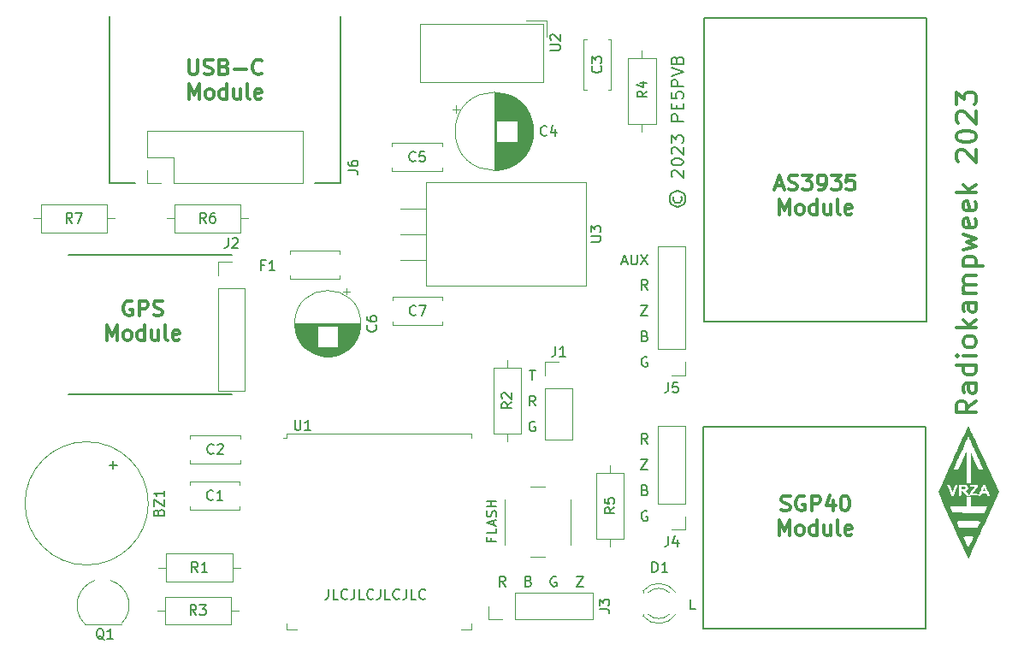
<source format=gbr>
%TF.GenerationSoftware,KiCad,Pcbnew,(6.0.10)*%
%TF.CreationDate,2023-02-16T10:20:13+01:00*%
%TF.ProjectId,Weerstation,57656572-7374-4617-9469-6f6e2e6b6963,rev?*%
%TF.SameCoordinates,Original*%
%TF.FileFunction,Legend,Top*%
%TF.FilePolarity,Positive*%
%FSLAX46Y46*%
G04 Gerber Fmt 4.6, Leading zero omitted, Abs format (unit mm)*
G04 Created by KiCad (PCBNEW (6.0.10)) date 2023-02-16 10:20:13*
%MOMM*%
%LPD*%
G01*
G04 APERTURE LIST*
%ADD10C,0.150000*%
%ADD11C,0.300000*%
%ADD12C,0.200000*%
%ADD13C,0.120000*%
G04 APERTURE END LIST*
D10*
X-12496800Y27533600D02*
X-12496800Y44043600D01*
X-12496800Y27533600D02*
X-15036800Y27533600D01*
X-32816800Y27533600D02*
X-35356800Y27533600D01*
X23493200Y13803600D02*
X45493200Y13803600D01*
X23493200Y43803600D02*
X45493200Y43803600D01*
X45493200Y13803600D02*
X45493200Y43803600D01*
X45415200Y-16596400D02*
X45415200Y3403600D01*
X-15036800Y27533600D02*
X-12496800Y27533600D01*
X-35356800Y27533600D02*
X-35356800Y44043600D01*
X-23241000Y6601200D02*
X-39441000Y6601200D01*
X23415200Y-16596400D02*
X45415200Y-16596400D01*
X23415200Y3403600D02*
X45415200Y3403600D01*
X23415200Y-16596400D02*
X23415200Y3403600D01*
X-23241000Y20401200D02*
X-39441000Y20401200D01*
X23493200Y13803600D02*
X23493200Y43803600D01*
X20511771Y26143600D02*
X20454628Y26029315D01*
X20454628Y25800743D01*
X20511771Y25686458D01*
X20626057Y25572172D01*
X20740342Y25515029D01*
X20968914Y25515029D01*
X21083200Y25572172D01*
X21197485Y25686458D01*
X21254628Y25800743D01*
X21254628Y26029315D01*
X21197485Y26143600D01*
X20054628Y25915029D02*
X20111771Y25629315D01*
X20283200Y25343600D01*
X20568914Y25172172D01*
X20854628Y25115029D01*
X21140342Y25172172D01*
X21426057Y25343600D01*
X21597485Y25629315D01*
X21654628Y25915029D01*
X21597485Y26200743D01*
X21426057Y26486458D01*
X21140342Y26657886D01*
X20854628Y26715029D01*
X20568914Y26657886D01*
X20283200Y26486458D01*
X20111771Y26200743D01*
X20054628Y25915029D01*
X20340342Y28086458D02*
X20283200Y28143600D01*
X20226057Y28257886D01*
X20226057Y28543600D01*
X20283200Y28657886D01*
X20340342Y28715029D01*
X20454628Y28772172D01*
X20568914Y28772172D01*
X20740342Y28715029D01*
X21426057Y28029315D01*
X21426057Y28772172D01*
X20226057Y29515029D02*
X20226057Y29629315D01*
X20283200Y29743600D01*
X20340342Y29800743D01*
X20454628Y29857886D01*
X20683200Y29915029D01*
X20968914Y29915029D01*
X21197485Y29857886D01*
X21311771Y29800743D01*
X21368914Y29743600D01*
X21426057Y29629315D01*
X21426057Y29515029D01*
X21368914Y29400743D01*
X21311771Y29343600D01*
X21197485Y29286458D01*
X20968914Y29229315D01*
X20683200Y29229315D01*
X20454628Y29286458D01*
X20340342Y29343600D01*
X20283200Y29400743D01*
X20226057Y29515029D01*
X20340342Y30372172D02*
X20283200Y30429315D01*
X20226057Y30543600D01*
X20226057Y30829315D01*
X20283200Y30943600D01*
X20340342Y31000743D01*
X20454628Y31057886D01*
X20568914Y31057886D01*
X20740342Y31000743D01*
X21426057Y30315029D01*
X21426057Y31057886D01*
X20226057Y31457886D02*
X20226057Y32200743D01*
X20683200Y31800743D01*
X20683200Y31972172D01*
X20740342Y32086458D01*
X20797485Y32143600D01*
X20911771Y32200743D01*
X21197485Y32200743D01*
X21311771Y32143600D01*
X21368914Y32086458D01*
X21426057Y31972172D01*
X21426057Y31629315D01*
X21368914Y31515029D01*
X21311771Y31457886D01*
X21426057Y33629315D02*
X20226057Y33629315D01*
X20226057Y34086458D01*
X20283200Y34200743D01*
X20340342Y34257886D01*
X20454628Y34315029D01*
X20626057Y34315029D01*
X20740342Y34257886D01*
X20797485Y34200743D01*
X20854628Y34086458D01*
X20854628Y33629315D01*
X20797485Y34829315D02*
X20797485Y35229315D01*
X21426057Y35400743D02*
X21426057Y34829315D01*
X20226057Y34829315D01*
X20226057Y35400743D01*
X20226057Y36486458D02*
X20226057Y35915029D01*
X20797485Y35857886D01*
X20740342Y35915029D01*
X20683200Y36029315D01*
X20683200Y36315029D01*
X20740342Y36429315D01*
X20797485Y36486458D01*
X20911771Y36543600D01*
X21197485Y36543600D01*
X21311771Y36486458D01*
X21368914Y36429315D01*
X21426057Y36315029D01*
X21426057Y36029315D01*
X21368914Y35915029D01*
X21311771Y35857886D01*
X21426057Y37057886D02*
X20226057Y37057886D01*
X20226057Y37515029D01*
X20283200Y37629315D01*
X20340342Y37686458D01*
X20454628Y37743600D01*
X20626057Y37743600D01*
X20740342Y37686458D01*
X20797485Y37629315D01*
X20854628Y37515029D01*
X20854628Y37057886D01*
X20226057Y38086458D02*
X21426057Y38486458D01*
X20226057Y38886458D01*
X20797485Y39686458D02*
X20854628Y39857886D01*
X20911771Y39915029D01*
X21026057Y39972172D01*
X21197485Y39972172D01*
X21311771Y39915029D01*
X21368914Y39857886D01*
X21426057Y39743600D01*
X21426057Y39286458D01*
X20226057Y39286458D01*
X20226057Y39686458D01*
X20283200Y39800743D01*
X20340342Y39857886D01*
X20454628Y39915029D01*
X20568914Y39915029D01*
X20683200Y39857886D01*
X20740342Y39800743D01*
X20797485Y39686458D01*
X20797485Y39286458D01*
X17892723Y16921220D02*
X17559390Y17397410D01*
X17321295Y16921220D02*
X17321295Y17921220D01*
X17702247Y17921220D01*
X17797485Y17873600D01*
X17845104Y17825981D01*
X17892723Y17730743D01*
X17892723Y17587886D01*
X17845104Y17492648D01*
X17797485Y17445029D01*
X17702247Y17397410D01*
X17321295Y17397410D01*
X17249866Y15391220D02*
X17916533Y15391220D01*
X17249866Y14391220D01*
X17916533Y14391220D01*
X17892723Y1661220D02*
X17559390Y2137410D01*
X17321295Y1661220D02*
X17321295Y2661220D01*
X17702247Y2661220D01*
X17797485Y2613600D01*
X17845104Y2565981D01*
X17892723Y2470743D01*
X17892723Y2327886D01*
X17845104Y2232648D01*
X17797485Y2185029D01*
X17702247Y2137410D01*
X17321295Y2137410D01*
X17845104Y10253600D02*
X17749866Y10301220D01*
X17607009Y10301220D01*
X17464152Y10253600D01*
X17368914Y10158362D01*
X17321295Y10063124D01*
X17273676Y9872648D01*
X17273676Y9729791D01*
X17321295Y9539315D01*
X17368914Y9444077D01*
X17464152Y9348839D01*
X17607009Y9301220D01*
X17702247Y9301220D01*
X17845104Y9348839D01*
X17892723Y9396458D01*
X17892723Y9729791D01*
X17702247Y9729791D01*
X6197485Y8991220D02*
X6768914Y8991220D01*
X6483200Y7991220D02*
X6483200Y8991220D01*
D11*
X50437961Y5926934D02*
X49485580Y5260267D01*
X50437961Y4784077D02*
X48437961Y4784077D01*
X48437961Y5545981D01*
X48533200Y5736458D01*
X48628438Y5831696D01*
X48818914Y5926934D01*
X49104628Y5926934D01*
X49295104Y5831696D01*
X49390342Y5736458D01*
X49485580Y5545981D01*
X49485580Y4784077D01*
X50437961Y7641220D02*
X49390342Y7641220D01*
X49199866Y7545981D01*
X49104628Y7355505D01*
X49104628Y6974553D01*
X49199866Y6784077D01*
X50342723Y7641220D02*
X50437961Y7450743D01*
X50437961Y6974553D01*
X50342723Y6784077D01*
X50152247Y6688839D01*
X49961771Y6688839D01*
X49771295Y6784077D01*
X49676057Y6974553D01*
X49676057Y7450743D01*
X49580819Y7641220D01*
X50437961Y9450743D02*
X48437961Y9450743D01*
X50342723Y9450743D02*
X50437961Y9260267D01*
X50437961Y8879315D01*
X50342723Y8688839D01*
X50247485Y8593600D01*
X50057009Y8498362D01*
X49485580Y8498362D01*
X49295104Y8593600D01*
X49199866Y8688839D01*
X49104628Y8879315D01*
X49104628Y9260267D01*
X49199866Y9450743D01*
X50437961Y10403124D02*
X49104628Y10403124D01*
X48437961Y10403124D02*
X48533200Y10307886D01*
X48628438Y10403124D01*
X48533200Y10498362D01*
X48437961Y10403124D01*
X48628438Y10403124D01*
X50437961Y11641220D02*
X50342723Y11450743D01*
X50247485Y11355505D01*
X50057009Y11260267D01*
X49485580Y11260267D01*
X49295104Y11355505D01*
X49199866Y11450743D01*
X49104628Y11641220D01*
X49104628Y11926934D01*
X49199866Y12117410D01*
X49295104Y12212648D01*
X49485580Y12307886D01*
X50057009Y12307886D01*
X50247485Y12212648D01*
X50342723Y12117410D01*
X50437961Y11926934D01*
X50437961Y11641220D01*
X50437961Y13165029D02*
X48437961Y13165029D01*
X49676057Y13355505D02*
X50437961Y13926934D01*
X49104628Y13926934D02*
X49866533Y13165029D01*
X50437961Y15641220D02*
X49390342Y15641220D01*
X49199866Y15545981D01*
X49104628Y15355505D01*
X49104628Y14974553D01*
X49199866Y14784077D01*
X50342723Y15641220D02*
X50437961Y15450743D01*
X50437961Y14974553D01*
X50342723Y14784077D01*
X50152247Y14688839D01*
X49961771Y14688839D01*
X49771295Y14784077D01*
X49676057Y14974553D01*
X49676057Y15450743D01*
X49580819Y15641220D01*
X50437961Y16593600D02*
X49104628Y16593600D01*
X49295104Y16593600D02*
X49199866Y16688839D01*
X49104628Y16879315D01*
X49104628Y17165029D01*
X49199866Y17355505D01*
X49390342Y17450743D01*
X50437961Y17450743D01*
X49390342Y17450743D02*
X49199866Y17545981D01*
X49104628Y17736458D01*
X49104628Y18022172D01*
X49199866Y18212648D01*
X49390342Y18307886D01*
X50437961Y18307886D01*
X49104628Y19260267D02*
X51104628Y19260267D01*
X49199866Y19260267D02*
X49104628Y19450743D01*
X49104628Y19831696D01*
X49199866Y20022172D01*
X49295104Y20117410D01*
X49485580Y20212648D01*
X50057009Y20212648D01*
X50247485Y20117410D01*
X50342723Y20022172D01*
X50437961Y19831696D01*
X50437961Y19450743D01*
X50342723Y19260267D01*
X49104628Y20879315D02*
X50437961Y21260267D01*
X49485580Y21641220D01*
X50437961Y22022172D01*
X49104628Y22403124D01*
X50342723Y23926934D02*
X50437961Y23736458D01*
X50437961Y23355505D01*
X50342723Y23165029D01*
X50152247Y23069791D01*
X49390342Y23069791D01*
X49199866Y23165029D01*
X49104628Y23355505D01*
X49104628Y23736458D01*
X49199866Y23926934D01*
X49390342Y24022172D01*
X49580819Y24022172D01*
X49771295Y23069791D01*
X50342723Y25641220D02*
X50437961Y25450743D01*
X50437961Y25069791D01*
X50342723Y24879315D01*
X50152247Y24784077D01*
X49390342Y24784077D01*
X49199866Y24879315D01*
X49104628Y25069791D01*
X49104628Y25450743D01*
X49199866Y25641220D01*
X49390342Y25736458D01*
X49580819Y25736458D01*
X49771295Y24784077D01*
X50437961Y26593600D02*
X48437961Y26593600D01*
X49676057Y26784077D02*
X50437961Y27355505D01*
X49104628Y27355505D02*
X49866533Y26593600D01*
X48628438Y29641220D02*
X48533200Y29736458D01*
X48437961Y29926934D01*
X48437961Y30403124D01*
X48533200Y30593600D01*
X48628438Y30688839D01*
X48818914Y30784077D01*
X49009390Y30784077D01*
X49295104Y30688839D01*
X50437961Y29545981D01*
X50437961Y30784077D01*
X48437961Y32022172D02*
X48437961Y32212648D01*
X48533200Y32403124D01*
X48628438Y32498362D01*
X48818914Y32593600D01*
X49199866Y32688839D01*
X49676057Y32688839D01*
X50057009Y32593600D01*
X50247485Y32498362D01*
X50342723Y32403124D01*
X50437961Y32212648D01*
X50437961Y32022172D01*
X50342723Y31831696D01*
X50247485Y31736458D01*
X50057009Y31641220D01*
X49676057Y31545981D01*
X49199866Y31545981D01*
X48818914Y31641220D01*
X48628438Y31736458D01*
X48533200Y31831696D01*
X48437961Y32022172D01*
X48628438Y33450743D02*
X48533200Y33545981D01*
X48437961Y33736458D01*
X48437961Y34212648D01*
X48533200Y34403124D01*
X48628438Y34498362D01*
X48818914Y34593600D01*
X49009390Y34593600D01*
X49295104Y34498362D01*
X50437961Y33355505D01*
X50437961Y34593600D01*
X48437961Y35260267D02*
X48437961Y36498362D01*
X49199866Y35831696D01*
X49199866Y36117410D01*
X49295104Y36307886D01*
X49390342Y36403124D01*
X49580819Y36498362D01*
X50057009Y36498362D01*
X50247485Y36403124D01*
X50342723Y36307886D01*
X50437961Y36117410D01*
X50437961Y35545981D01*
X50342723Y35355505D01*
X50247485Y35260267D01*
D10*
X17845104Y-5006400D02*
X17749866Y-4958780D01*
X17607009Y-4958780D01*
X17464152Y-5006400D01*
X17368914Y-5101638D01*
X17321295Y-5196876D01*
X17273676Y-5387352D01*
X17273676Y-5530209D01*
X17321295Y-5720685D01*
X17368914Y-5815923D01*
X17464152Y-5911161D01*
X17607009Y-5958780D01*
X17702247Y-5958780D01*
X17845104Y-5911161D01*
X17892723Y-5863542D01*
X17892723Y-5530209D01*
X17702247Y-5530209D01*
D11*
X-27498229Y39722529D02*
X-27498229Y38508243D01*
X-27426800Y38365386D01*
X-27355372Y38293958D01*
X-27212515Y38222529D01*
X-26926800Y38222529D01*
X-26783943Y38293958D01*
X-26712515Y38365386D01*
X-26641086Y38508243D01*
X-26641086Y39722529D01*
X-25998229Y38293958D02*
X-25783943Y38222529D01*
X-25426800Y38222529D01*
X-25283943Y38293958D01*
X-25212515Y38365386D01*
X-25141086Y38508243D01*
X-25141086Y38651100D01*
X-25212515Y38793958D01*
X-25283943Y38865386D01*
X-25426800Y38936815D01*
X-25712515Y39008243D01*
X-25855372Y39079672D01*
X-25926800Y39151100D01*
X-25998229Y39293958D01*
X-25998229Y39436815D01*
X-25926800Y39579672D01*
X-25855372Y39651100D01*
X-25712515Y39722529D01*
X-25355372Y39722529D01*
X-25141086Y39651100D01*
X-23998229Y39008243D02*
X-23783943Y38936815D01*
X-23712515Y38865386D01*
X-23641086Y38722529D01*
X-23641086Y38508243D01*
X-23712515Y38365386D01*
X-23783943Y38293958D01*
X-23926800Y38222529D01*
X-24498229Y38222529D01*
X-24498229Y39722529D01*
X-23998229Y39722529D01*
X-23855372Y39651100D01*
X-23783943Y39579672D01*
X-23712515Y39436815D01*
X-23712515Y39293958D01*
X-23783943Y39151100D01*
X-23855372Y39079672D01*
X-23998229Y39008243D01*
X-24498229Y39008243D01*
X-22998229Y38793958D02*
X-21855372Y38793958D01*
X-20283943Y38365386D02*
X-20355372Y38293958D01*
X-20569658Y38222529D01*
X-20712515Y38222529D01*
X-20926800Y38293958D01*
X-21069658Y38436815D01*
X-21141086Y38579672D01*
X-21212515Y38865386D01*
X-21212515Y39079672D01*
X-21141086Y39365386D01*
X-21069658Y39508243D01*
X-20926800Y39651100D01*
X-20712515Y39722529D01*
X-20569658Y39722529D01*
X-20355372Y39651100D01*
X-20283943Y39579672D01*
X-27498229Y35807529D02*
X-27498229Y37307529D01*
X-26998229Y36236100D01*
X-26498229Y37307529D01*
X-26498229Y35807529D01*
X-25569658Y35807529D02*
X-25712515Y35878958D01*
X-25783943Y35950386D01*
X-25855372Y36093243D01*
X-25855372Y36521815D01*
X-25783943Y36664672D01*
X-25712515Y36736100D01*
X-25569658Y36807529D01*
X-25355372Y36807529D01*
X-25212515Y36736100D01*
X-25141086Y36664672D01*
X-25069658Y36521815D01*
X-25069658Y36093243D01*
X-25141086Y35950386D01*
X-25212515Y35878958D01*
X-25355372Y35807529D01*
X-25569658Y35807529D01*
X-23783943Y35807529D02*
X-23783943Y37307529D01*
X-23783943Y35878958D02*
X-23926800Y35807529D01*
X-24212515Y35807529D01*
X-24355372Y35878958D01*
X-24426800Y35950386D01*
X-24498229Y36093243D01*
X-24498229Y36521815D01*
X-24426800Y36664672D01*
X-24355372Y36736100D01*
X-24212515Y36807529D01*
X-23926800Y36807529D01*
X-23783943Y36736100D01*
X-22426800Y36807529D02*
X-22426800Y35807529D01*
X-23069658Y36807529D02*
X-23069658Y36021815D01*
X-22998229Y35878958D01*
X-22855372Y35807529D01*
X-22641086Y35807529D01*
X-22498229Y35878958D01*
X-22426800Y35950386D01*
X-21498229Y35807529D02*
X-21641086Y35878958D01*
X-21712515Y36021815D01*
X-21712515Y37307529D01*
X-20355372Y35878958D02*
X-20498229Y35807529D01*
X-20783943Y35807529D01*
X-20926800Y35878958D01*
X-20998229Y36021815D01*
X-20998229Y36593243D01*
X-20926800Y36736100D01*
X-20783943Y36807529D01*
X-20498229Y36807529D01*
X-20355372Y36736100D01*
X-20283943Y36593243D01*
X-20283943Y36450386D01*
X-20998229Y36307529D01*
D10*
X17654628Y12365029D02*
X17797485Y12317410D01*
X17845104Y12269791D01*
X17892723Y12174553D01*
X17892723Y12031696D01*
X17845104Y11936458D01*
X17797485Y11888839D01*
X17702247Y11841220D01*
X17321295Y11841220D01*
X17321295Y12841220D01*
X17654628Y12841220D01*
X17749866Y12793600D01*
X17797485Y12745981D01*
X17845104Y12650743D01*
X17845104Y12555505D01*
X17797485Y12460267D01*
X17749866Y12412648D01*
X17654628Y12365029D01*
X17321295Y12365029D01*
D11*
X30564628Y27221100D02*
X31278914Y27221100D01*
X30421771Y26792529D02*
X30921771Y28292529D01*
X31421771Y26792529D01*
X31850342Y26863958D02*
X32064628Y26792529D01*
X32421771Y26792529D01*
X32564628Y26863958D01*
X32636057Y26935386D01*
X32707485Y27078243D01*
X32707485Y27221100D01*
X32636057Y27363958D01*
X32564628Y27435386D01*
X32421771Y27506815D01*
X32136057Y27578243D01*
X31993200Y27649672D01*
X31921771Y27721100D01*
X31850342Y27863958D01*
X31850342Y28006815D01*
X31921771Y28149672D01*
X31993200Y28221100D01*
X32136057Y28292529D01*
X32493200Y28292529D01*
X32707485Y28221100D01*
X33207485Y28292529D02*
X34136057Y28292529D01*
X33636057Y27721100D01*
X33850342Y27721100D01*
X33993200Y27649672D01*
X34064628Y27578243D01*
X34136057Y27435386D01*
X34136057Y27078243D01*
X34064628Y26935386D01*
X33993200Y26863958D01*
X33850342Y26792529D01*
X33421771Y26792529D01*
X33278914Y26863958D01*
X33207485Y26935386D01*
X34850342Y26792529D02*
X35136057Y26792529D01*
X35278914Y26863958D01*
X35350342Y26935386D01*
X35493200Y27149672D01*
X35564628Y27435386D01*
X35564628Y28006815D01*
X35493200Y28149672D01*
X35421771Y28221100D01*
X35278914Y28292529D01*
X34993200Y28292529D01*
X34850342Y28221100D01*
X34778914Y28149672D01*
X34707485Y28006815D01*
X34707485Y27649672D01*
X34778914Y27506815D01*
X34850342Y27435386D01*
X34993200Y27363958D01*
X35278914Y27363958D01*
X35421771Y27435386D01*
X35493200Y27506815D01*
X35564628Y27649672D01*
X36064628Y28292529D02*
X36993200Y28292529D01*
X36493200Y27721100D01*
X36707485Y27721100D01*
X36850342Y27649672D01*
X36921771Y27578243D01*
X36993200Y27435386D01*
X36993200Y27078243D01*
X36921771Y26935386D01*
X36850342Y26863958D01*
X36707485Y26792529D01*
X36278914Y26792529D01*
X36136057Y26863958D01*
X36064628Y26935386D01*
X38350342Y28292529D02*
X37636057Y28292529D01*
X37564628Y27578243D01*
X37636057Y27649672D01*
X37778914Y27721100D01*
X38136057Y27721100D01*
X38278914Y27649672D01*
X38350342Y27578243D01*
X38421771Y27435386D01*
X38421771Y27078243D01*
X38350342Y26935386D01*
X38278914Y26863958D01*
X38136057Y26792529D01*
X37778914Y26792529D01*
X37636057Y26863958D01*
X37564628Y26935386D01*
X30921771Y24377529D02*
X30921771Y25877529D01*
X31421771Y24806100D01*
X31921771Y25877529D01*
X31921771Y24377529D01*
X32850342Y24377529D02*
X32707485Y24448958D01*
X32636057Y24520386D01*
X32564628Y24663243D01*
X32564628Y25091815D01*
X32636057Y25234672D01*
X32707485Y25306100D01*
X32850342Y25377529D01*
X33064628Y25377529D01*
X33207485Y25306100D01*
X33278914Y25234672D01*
X33350342Y25091815D01*
X33350342Y24663243D01*
X33278914Y24520386D01*
X33207485Y24448958D01*
X33064628Y24377529D01*
X32850342Y24377529D01*
X34636057Y24377529D02*
X34636057Y25877529D01*
X34636057Y24448958D02*
X34493200Y24377529D01*
X34207485Y24377529D01*
X34064628Y24448958D01*
X33993200Y24520386D01*
X33921771Y24663243D01*
X33921771Y25091815D01*
X33993200Y25234672D01*
X34064628Y25306100D01*
X34207485Y25377529D01*
X34493200Y25377529D01*
X34636057Y25306100D01*
X35993200Y25377529D02*
X35993200Y24377529D01*
X35350342Y25377529D02*
X35350342Y24591815D01*
X35421771Y24448958D01*
X35564628Y24377529D01*
X35778914Y24377529D01*
X35921771Y24448958D01*
X35993200Y24520386D01*
X36921771Y24377529D02*
X36778914Y24448958D01*
X36707485Y24591815D01*
X36707485Y25877529D01*
X38064628Y24448958D02*
X37921771Y24377529D01*
X37636057Y24377529D01*
X37493200Y24448958D01*
X37421771Y24591815D01*
X37421771Y25163243D01*
X37493200Y25306100D01*
X37636057Y25377529D01*
X37921771Y25377529D01*
X38064628Y25306100D01*
X38136057Y25163243D01*
X38136057Y25020386D01*
X37421771Y24877529D01*
D10*
X17249866Y131220D02*
X17916533Y131220D01*
X17249866Y-868780D01*
X17916533Y-868780D01*
X3814723Y-12441180D02*
X3481390Y-11964990D01*
X3243295Y-12441180D02*
X3243295Y-11441180D01*
X3624247Y-11441180D01*
X3719485Y-11488800D01*
X3767104Y-11536419D01*
X3814723Y-11631657D01*
X3814723Y-11774514D01*
X3767104Y-11869752D01*
X3719485Y-11917371D01*
X3624247Y-11964990D01*
X3243295Y-11964990D01*
X17654628Y-2894971D02*
X17797485Y-2942590D01*
X17845104Y-2990209D01*
X17892723Y-3085447D01*
X17892723Y-3228304D01*
X17845104Y-3323542D01*
X17797485Y-3371161D01*
X17702247Y-3418780D01*
X17321295Y-3418780D01*
X17321295Y-2418780D01*
X17654628Y-2418780D01*
X17749866Y-2466400D01*
X17797485Y-2514019D01*
X17845104Y-2609257D01*
X17845104Y-2704495D01*
X17797485Y-2799733D01*
X17749866Y-2847352D01*
X17654628Y-2894971D01*
X17321295Y-2894971D01*
X15373504Y19696134D02*
X15849695Y19696134D01*
X15278266Y19410420D02*
X15611600Y20410420D01*
X15944933Y19410420D01*
X16278266Y20410420D02*
X16278266Y19600896D01*
X16325885Y19505658D01*
X16373504Y19458039D01*
X16468742Y19410420D01*
X16659219Y19410420D01*
X16754457Y19458039D01*
X16802076Y19505658D01*
X16849695Y19600896D01*
X16849695Y20410420D01*
X17230647Y20410420D02*
X17897314Y19410420D01*
X17897314Y20410420D02*
X17230647Y19410420D01*
X2417771Y-7684876D02*
X2417771Y-8018209D01*
X2941580Y-8018209D02*
X1941580Y-8018209D01*
X1941580Y-7542019D01*
X2941580Y-6684876D02*
X2941580Y-7161066D01*
X1941580Y-7161066D01*
X2655866Y-6399161D02*
X2655866Y-5922971D01*
X2941580Y-6494400D02*
X1941580Y-6161066D01*
X2941580Y-5827733D01*
X2893961Y-5542019D02*
X2941580Y-5399161D01*
X2941580Y-5161066D01*
X2893961Y-5065828D01*
X2846342Y-5018209D01*
X2751104Y-4970590D01*
X2655866Y-4970590D01*
X2560628Y-5018209D01*
X2513009Y-5065828D01*
X2465390Y-5161066D01*
X2417771Y-5351542D01*
X2370152Y-5446780D01*
X2322533Y-5494400D01*
X2227295Y-5542019D01*
X2132057Y-5542019D01*
X2036819Y-5494400D01*
X1989200Y-5446780D01*
X1941580Y-5351542D01*
X1941580Y-5113447D01*
X1989200Y-4970590D01*
X2941580Y-4542019D02*
X1941580Y-4542019D01*
X2417771Y-4542019D02*
X2417771Y-3970590D01*
X2941580Y-3970590D02*
X1941580Y-3970590D01*
D12*
X-13685848Y-12708780D02*
X-13685848Y-13423066D01*
X-13733467Y-13565923D01*
X-13828705Y-13661161D01*
X-13971562Y-13708780D01*
X-14066800Y-13708780D01*
X-12733467Y-13708780D02*
X-13209658Y-13708780D01*
X-13209658Y-12708780D01*
X-11828705Y-13613542D02*
X-11876324Y-13661161D01*
X-12019181Y-13708780D01*
X-12114420Y-13708780D01*
X-12257277Y-13661161D01*
X-12352515Y-13565923D01*
X-12400134Y-13470685D01*
X-12447753Y-13280209D01*
X-12447753Y-13137352D01*
X-12400134Y-12946876D01*
X-12352515Y-12851638D01*
X-12257277Y-12756400D01*
X-12114420Y-12708780D01*
X-12019181Y-12708780D01*
X-11876324Y-12756400D01*
X-11828705Y-12804019D01*
X-11114420Y-12708780D02*
X-11114420Y-13423066D01*
X-11162039Y-13565923D01*
X-11257277Y-13661161D01*
X-11400134Y-13708780D01*
X-11495372Y-13708780D01*
X-10162039Y-13708780D02*
X-10638229Y-13708780D01*
X-10638229Y-12708780D01*
X-9257277Y-13613542D02*
X-9304896Y-13661161D01*
X-9447753Y-13708780D01*
X-9542991Y-13708780D01*
X-9685848Y-13661161D01*
X-9781086Y-13565923D01*
X-9828705Y-13470685D01*
X-9876324Y-13280209D01*
X-9876324Y-13137352D01*
X-9828705Y-12946876D01*
X-9781086Y-12851638D01*
X-9685848Y-12756400D01*
X-9542991Y-12708780D01*
X-9447753Y-12708780D01*
X-9304896Y-12756400D01*
X-9257277Y-12804019D01*
X-8542991Y-12708780D02*
X-8542991Y-13423066D01*
X-8590610Y-13565923D01*
X-8685848Y-13661161D01*
X-8828705Y-13708780D01*
X-8923943Y-13708780D01*
X-7590610Y-13708780D02*
X-8066800Y-13708780D01*
X-8066800Y-12708780D01*
X-6685848Y-13613542D02*
X-6733467Y-13661161D01*
X-6876324Y-13708780D01*
X-6971562Y-13708780D01*
X-7114420Y-13661161D01*
X-7209658Y-13565923D01*
X-7257277Y-13470685D01*
X-7304896Y-13280209D01*
X-7304896Y-13137352D01*
X-7257277Y-12946876D01*
X-7209658Y-12851638D01*
X-7114420Y-12756400D01*
X-6971562Y-12708780D01*
X-6876324Y-12708780D01*
X-6733467Y-12756400D01*
X-6685848Y-12804019D01*
X-5971562Y-12708780D02*
X-5971562Y-13423066D01*
X-6019181Y-13565923D01*
X-6114420Y-13661161D01*
X-6257277Y-13708780D01*
X-6352515Y-13708780D01*
X-5019181Y-13708780D02*
X-5495372Y-13708780D01*
X-5495372Y-12708780D01*
X-4114420Y-13613542D02*
X-4162039Y-13661161D01*
X-4304896Y-13708780D01*
X-4400134Y-13708780D01*
X-4542991Y-13661161D01*
X-4638229Y-13565923D01*
X-4685848Y-13470685D01*
X-4733467Y-13280209D01*
X-4733467Y-13137352D01*
X-4685848Y-12946876D01*
X-4638229Y-12851638D01*
X-4542991Y-12756400D01*
X-4400134Y-12708780D01*
X-4304896Y-12708780D01*
X-4162039Y-12756400D01*
X-4114420Y-12804019D01*
D10*
X6792723Y5441220D02*
X6459390Y5917410D01*
X6221295Y5441220D02*
X6221295Y6441220D01*
X6602247Y6441220D01*
X6697485Y6393600D01*
X6745104Y6345981D01*
X6792723Y6250743D01*
X6792723Y6107886D01*
X6745104Y6012648D01*
X6697485Y5965029D01*
X6602247Y5917410D01*
X6221295Y5917410D01*
X6745104Y3853600D02*
X6649866Y3901220D01*
X6507009Y3901220D01*
X6364152Y3853600D01*
X6268914Y3758362D01*
X6221295Y3663124D01*
X6173676Y3472648D01*
X6173676Y3329791D01*
X6221295Y3139315D01*
X6268914Y3044077D01*
X6364152Y2948839D01*
X6507009Y2901220D01*
X6602247Y2901220D01*
X6745104Y2948839D01*
X6792723Y2996458D01*
X6792723Y3329791D01*
X6602247Y3329791D01*
X6116628Y-11917371D02*
X6259485Y-11964990D01*
X6307104Y-12012609D01*
X6354723Y-12107847D01*
X6354723Y-12250704D01*
X6307104Y-12345942D01*
X6259485Y-12393561D01*
X6164247Y-12441180D01*
X5783295Y-12441180D01*
X5783295Y-11441180D01*
X6116628Y-11441180D01*
X6211866Y-11488800D01*
X6259485Y-11536419D01*
X6307104Y-11631657D01*
X6307104Y-11726895D01*
X6259485Y-11822133D01*
X6211866Y-11869752D01*
X6116628Y-11917371D01*
X5783295Y-11917371D01*
X22642723Y-14708780D02*
X22166533Y-14708780D01*
X22166533Y-13708780D01*
X8847104Y-11488800D02*
X8751866Y-11441180D01*
X8609009Y-11441180D01*
X8466152Y-11488800D01*
X8370914Y-11584038D01*
X8323295Y-11679276D01*
X8275676Y-11869752D01*
X8275676Y-12012609D01*
X8323295Y-12203085D01*
X8370914Y-12298323D01*
X8466152Y-12393561D01*
X8609009Y-12441180D01*
X8704247Y-12441180D01*
X8847104Y-12393561D01*
X8894723Y-12345942D01*
X8894723Y-12012609D01*
X8704247Y-12012609D01*
X10842666Y-11441180D02*
X11509333Y-11441180D01*
X10842666Y-12441180D01*
X11509333Y-12441180D01*
D11*
X31136057Y-4886042D02*
X31350342Y-4957471D01*
X31707485Y-4957471D01*
X31850342Y-4886042D01*
X31921771Y-4814614D01*
X31993200Y-4671757D01*
X31993200Y-4528900D01*
X31921771Y-4386042D01*
X31850342Y-4314614D01*
X31707485Y-4243185D01*
X31421771Y-4171757D01*
X31278914Y-4100328D01*
X31207485Y-4028900D01*
X31136057Y-3886042D01*
X31136057Y-3743185D01*
X31207485Y-3600328D01*
X31278914Y-3528900D01*
X31421771Y-3457471D01*
X31778914Y-3457471D01*
X31993200Y-3528900D01*
X33421771Y-3528900D02*
X33278914Y-3457471D01*
X33064628Y-3457471D01*
X32850342Y-3528900D01*
X32707485Y-3671757D01*
X32636057Y-3814614D01*
X32564628Y-4100328D01*
X32564628Y-4314614D01*
X32636057Y-4600328D01*
X32707485Y-4743185D01*
X32850342Y-4886042D01*
X33064628Y-4957471D01*
X33207485Y-4957471D01*
X33421771Y-4886042D01*
X33493200Y-4814614D01*
X33493200Y-4314614D01*
X33207485Y-4314614D01*
X34136057Y-4957471D02*
X34136057Y-3457471D01*
X34707485Y-3457471D01*
X34850342Y-3528900D01*
X34921771Y-3600328D01*
X34993200Y-3743185D01*
X34993200Y-3957471D01*
X34921771Y-4100328D01*
X34850342Y-4171757D01*
X34707485Y-4243185D01*
X34136057Y-4243185D01*
X36278914Y-3957471D02*
X36278914Y-4957471D01*
X35921771Y-3386042D02*
X35564628Y-4457471D01*
X36493200Y-4457471D01*
X37350342Y-3457471D02*
X37493200Y-3457471D01*
X37636057Y-3528900D01*
X37707485Y-3600328D01*
X37778914Y-3743185D01*
X37850342Y-4028900D01*
X37850342Y-4386042D01*
X37778914Y-4671757D01*
X37707485Y-4814614D01*
X37636057Y-4886042D01*
X37493200Y-4957471D01*
X37350342Y-4957471D01*
X37207485Y-4886042D01*
X37136057Y-4814614D01*
X37064628Y-4671757D01*
X36993200Y-4386042D01*
X36993200Y-4028900D01*
X37064628Y-3743185D01*
X37136057Y-3600328D01*
X37207485Y-3528900D01*
X37350342Y-3457471D01*
X30921771Y-7372471D02*
X30921771Y-5872471D01*
X31421771Y-6943900D01*
X31921771Y-5872471D01*
X31921771Y-7372471D01*
X32850342Y-7372471D02*
X32707485Y-7301042D01*
X32636057Y-7229614D01*
X32564628Y-7086757D01*
X32564628Y-6658185D01*
X32636057Y-6515328D01*
X32707485Y-6443900D01*
X32850342Y-6372471D01*
X33064628Y-6372471D01*
X33207485Y-6443900D01*
X33278914Y-6515328D01*
X33350342Y-6658185D01*
X33350342Y-7086757D01*
X33278914Y-7229614D01*
X33207485Y-7301042D01*
X33064628Y-7372471D01*
X32850342Y-7372471D01*
X34636057Y-7372471D02*
X34636057Y-5872471D01*
X34636057Y-7301042D02*
X34493200Y-7372471D01*
X34207485Y-7372471D01*
X34064628Y-7301042D01*
X33993200Y-7229614D01*
X33921771Y-7086757D01*
X33921771Y-6658185D01*
X33993200Y-6515328D01*
X34064628Y-6443900D01*
X34207485Y-6372471D01*
X34493200Y-6372471D01*
X34636057Y-6443900D01*
X35993200Y-6372471D02*
X35993200Y-7372471D01*
X35350342Y-6372471D02*
X35350342Y-7158185D01*
X35421771Y-7301042D01*
X35564628Y-7372471D01*
X35778914Y-7372471D01*
X35921771Y-7301042D01*
X35993200Y-7229614D01*
X36921771Y-7372471D02*
X36778914Y-7301042D01*
X36707485Y-7158185D01*
X36707485Y-5872471D01*
X38064628Y-7301042D02*
X37921771Y-7372471D01*
X37636057Y-7372471D01*
X37493200Y-7301042D01*
X37421771Y-7158185D01*
X37421771Y-6586757D01*
X37493200Y-6443900D01*
X37636057Y-6372471D01*
X37921771Y-6372471D01*
X38064628Y-6443900D01*
X38136057Y-6586757D01*
X38136057Y-6729614D01*
X37421771Y-6872471D01*
X-33126229Y15775100D02*
X-33269086Y15846529D01*
X-33483372Y15846529D01*
X-33697658Y15775100D01*
X-33840515Y15632243D01*
X-33911943Y15489386D01*
X-33983372Y15203672D01*
X-33983372Y14989386D01*
X-33911943Y14703672D01*
X-33840515Y14560815D01*
X-33697658Y14417958D01*
X-33483372Y14346529D01*
X-33340515Y14346529D01*
X-33126229Y14417958D01*
X-33054800Y14489386D01*
X-33054800Y14989386D01*
X-33340515Y14989386D01*
X-32411943Y14346529D02*
X-32411943Y15846529D01*
X-31840515Y15846529D01*
X-31697658Y15775100D01*
X-31626229Y15703672D01*
X-31554800Y15560815D01*
X-31554800Y15346529D01*
X-31626229Y15203672D01*
X-31697658Y15132243D01*
X-31840515Y15060815D01*
X-32411943Y15060815D01*
X-30983372Y14417958D02*
X-30769086Y14346529D01*
X-30411943Y14346529D01*
X-30269086Y14417958D01*
X-30197658Y14489386D01*
X-30126229Y14632243D01*
X-30126229Y14775100D01*
X-30197658Y14917958D01*
X-30269086Y14989386D01*
X-30411943Y15060815D01*
X-30697658Y15132243D01*
X-30840515Y15203672D01*
X-30911943Y15275100D01*
X-30983372Y15417958D01*
X-30983372Y15560815D01*
X-30911943Y15703672D01*
X-30840515Y15775100D01*
X-30697658Y15846529D01*
X-30340515Y15846529D01*
X-30126229Y15775100D01*
X-35626229Y11931529D02*
X-35626229Y13431529D01*
X-35126229Y12360100D01*
X-34626229Y13431529D01*
X-34626229Y11931529D01*
X-33697658Y11931529D02*
X-33840515Y12002958D01*
X-33911943Y12074386D01*
X-33983372Y12217243D01*
X-33983372Y12645815D01*
X-33911943Y12788672D01*
X-33840515Y12860100D01*
X-33697658Y12931529D01*
X-33483372Y12931529D01*
X-33340515Y12860100D01*
X-33269086Y12788672D01*
X-33197658Y12645815D01*
X-33197658Y12217243D01*
X-33269086Y12074386D01*
X-33340515Y12002958D01*
X-33483372Y11931529D01*
X-33697658Y11931529D01*
X-31911943Y11931529D02*
X-31911943Y13431529D01*
X-31911943Y12002958D02*
X-32054800Y11931529D01*
X-32340515Y11931529D01*
X-32483372Y12002958D01*
X-32554800Y12074386D01*
X-32626229Y12217243D01*
X-32626229Y12645815D01*
X-32554800Y12788672D01*
X-32483372Y12860100D01*
X-32340515Y12931529D01*
X-32054800Y12931529D01*
X-31911943Y12860100D01*
X-30554800Y12931529D02*
X-30554800Y11931529D01*
X-31197658Y12931529D02*
X-31197658Y12145815D01*
X-31126229Y12002958D01*
X-30983372Y11931529D01*
X-30769086Y11931529D01*
X-30626229Y12002958D01*
X-30554800Y12074386D01*
X-29626229Y11931529D02*
X-29769086Y12002958D01*
X-29840515Y12145815D01*
X-29840515Y13431529D01*
X-28483372Y12002958D02*
X-28626229Y11931529D01*
X-28911943Y11931529D01*
X-29054800Y12002958D01*
X-29126229Y12145815D01*
X-29126229Y12717243D01*
X-29054800Y12860100D01*
X-28911943Y12931529D01*
X-28626229Y12931529D01*
X-28483372Y12860100D01*
X-28411943Y12717243D01*
X-28411943Y12574386D01*
X-29126229Y12431529D01*
D10*
%TO.C,J1*%
X8759866Y11346220D02*
X8759866Y10631934D01*
X8712247Y10489077D01*
X8617009Y10393839D01*
X8474152Y10346220D01*
X8378914Y10346220D01*
X9759866Y10346220D02*
X9188438Y10346220D01*
X9474152Y10346220D02*
X9474152Y11346220D01*
X9378914Y11203362D01*
X9283676Y11108124D01*
X9188438Y11060505D01*
%TO.C,R5*%
X14625580Y-4637066D02*
X14149390Y-4970400D01*
X14625580Y-5208495D02*
X13625580Y-5208495D01*
X13625580Y-4827542D01*
X13673200Y-4732304D01*
X13720819Y-4684685D01*
X13816057Y-4637066D01*
X13958914Y-4637066D01*
X14054152Y-4684685D01*
X14101771Y-4732304D01*
X14149390Y-4827542D01*
X14149390Y-5208495D01*
X13625580Y-3732304D02*
X13625580Y-4208495D01*
X14101771Y-4256114D01*
X14054152Y-4208495D01*
X14006533Y-4113257D01*
X14006533Y-3875161D01*
X14054152Y-3779923D01*
X14101771Y-3732304D01*
X14197009Y-3684685D01*
X14435104Y-3684685D01*
X14530342Y-3732304D01*
X14577961Y-3779923D01*
X14625580Y-3875161D01*
X14625580Y-4113257D01*
X14577961Y-4208495D01*
X14530342Y-4256114D01*
%TO.C,U2*%
X8235580Y40634196D02*
X9045104Y40634196D01*
X9140342Y40681815D01*
X9187961Y40729434D01*
X9235580Y40824672D01*
X9235580Y41015148D01*
X9187961Y41110386D01*
X9140342Y41158005D01*
X9045104Y41205624D01*
X8235580Y41205624D01*
X8330819Y41634196D02*
X8283200Y41681815D01*
X8235580Y41777053D01*
X8235580Y42015148D01*
X8283200Y42110386D01*
X8330819Y42158005D01*
X8426057Y42205624D01*
X8521295Y42205624D01*
X8664152Y42158005D01*
X9235580Y41586577D01*
X9235580Y42205624D01*
%TO.C,J3*%
X13117580Y-14709733D02*
X13831866Y-14709733D01*
X13974723Y-14757352D01*
X14069961Y-14852590D01*
X14117580Y-14995447D01*
X14117580Y-15090685D01*
X13117580Y-14328780D02*
X13117580Y-13709733D01*
X13498533Y-14043066D01*
X13498533Y-13900209D01*
X13546152Y-13804971D01*
X13593771Y-13757352D01*
X13689009Y-13709733D01*
X13927104Y-13709733D01*
X14022342Y-13757352D01*
X14069961Y-13804971D01*
X14117580Y-13900209D01*
X14117580Y-14185923D01*
X14069961Y-14281161D01*
X14022342Y-14328780D01*
%TO.C,C3*%
X13260342Y39050934D02*
X13307961Y39003315D01*
X13355580Y38860458D01*
X13355580Y38765220D01*
X13307961Y38622362D01*
X13212723Y38527124D01*
X13117485Y38479505D01*
X12927009Y38431886D01*
X12784152Y38431886D01*
X12593676Y38479505D01*
X12498438Y38527124D01*
X12403200Y38622362D01*
X12355580Y38765220D01*
X12355580Y38860458D01*
X12403200Y39003315D01*
X12450819Y39050934D01*
X12355580Y39384267D02*
X12355580Y40003315D01*
X12736533Y39669981D01*
X12736533Y39812839D01*
X12784152Y39908077D01*
X12831771Y39955696D01*
X12927009Y40003315D01*
X13165104Y40003315D01*
X13260342Y39955696D01*
X13307961Y39908077D01*
X13355580Y39812839D01*
X13355580Y39527124D01*
X13307961Y39431886D01*
X13260342Y39384267D01*
%TO.C,D1*%
X18352591Y-11018780D02*
X18352591Y-10018780D01*
X18590687Y-10018780D01*
X18733544Y-10066400D01*
X18828782Y-10161638D01*
X18876401Y-10256876D01*
X18924020Y-10447352D01*
X18924020Y-10590209D01*
X18876401Y-10780685D01*
X18828782Y-10875923D01*
X18733544Y-10971161D01*
X18590687Y-11018780D01*
X18352591Y-11018780D01*
X19876401Y-11018780D02*
X19304972Y-11018780D01*
X19590687Y-11018780D02*
X19590687Y-10018780D01*
X19495448Y-10161638D01*
X19400210Y-10256876D01*
X19304972Y-10304495D01*
%TO.C,C7*%
X-5043467Y14476458D02*
X-5091086Y14428839D01*
X-5233943Y14381220D01*
X-5329181Y14381220D01*
X-5472039Y14428839D01*
X-5567277Y14524077D01*
X-5614896Y14619315D01*
X-5662515Y14809791D01*
X-5662515Y14952648D01*
X-5614896Y15143124D01*
X-5567277Y15238362D01*
X-5472039Y15333600D01*
X-5329181Y15381220D01*
X-5233943Y15381220D01*
X-5091086Y15333600D01*
X-5043467Y15285981D01*
X-4710134Y15381220D02*
X-4043467Y15381220D01*
X-4472039Y14381220D01*
%TO.C,C6*%
X-9009658Y13416934D02*
X-8962039Y13369315D01*
X-8914420Y13226458D01*
X-8914420Y13131220D01*
X-8962039Y12988362D01*
X-9057277Y12893124D01*
X-9152515Y12845505D01*
X-9342991Y12797886D01*
X-9485848Y12797886D01*
X-9676324Y12845505D01*
X-9771562Y12893124D01*
X-9866800Y12988362D01*
X-9914420Y13131220D01*
X-9914420Y13226458D01*
X-9866800Y13369315D01*
X-9819181Y13416934D01*
X-9914420Y14274077D02*
X-9914420Y14083600D01*
X-9866800Y13988362D01*
X-9819181Y13940743D01*
X-9676324Y13845505D01*
X-9485848Y13797886D01*
X-9104896Y13797886D01*
X-9009658Y13845505D01*
X-8962039Y13893124D01*
X-8914420Y13988362D01*
X-8914420Y14178839D01*
X-8962039Y14274077D01*
X-9009658Y14321696D01*
X-9104896Y14369315D01*
X-9342991Y14369315D01*
X-9438229Y14321696D01*
X-9485848Y14274077D01*
X-9533467Y14178839D01*
X-9533467Y13988362D01*
X-9485848Y13893124D01*
X-9438229Y13845505D01*
X-9342991Y13797886D01*
%TO.C,C2*%
X-25069467Y760458D02*
X-25117086Y712839D01*
X-25259943Y665220D01*
X-25355181Y665220D01*
X-25498039Y712839D01*
X-25593277Y808077D01*
X-25640896Y903315D01*
X-25688515Y1093791D01*
X-25688515Y1236648D01*
X-25640896Y1427124D01*
X-25593277Y1522362D01*
X-25498039Y1617600D01*
X-25355181Y1665220D01*
X-25259943Y1665220D01*
X-25117086Y1617600D01*
X-25069467Y1569981D01*
X-24688515Y1569981D02*
X-24640896Y1617600D01*
X-24545658Y1665220D01*
X-24307562Y1665220D01*
X-24212324Y1617600D01*
X-24164705Y1569981D01*
X-24117086Y1474743D01*
X-24117086Y1379505D01*
X-24164705Y1236648D01*
X-24736134Y665220D01*
X-24117086Y665220D01*
%TO.C,BZ1*%
X-30498229Y-5097352D02*
X-30450610Y-4954495D01*
X-30402991Y-4906876D01*
X-30307753Y-4859257D01*
X-30164896Y-4859257D01*
X-30069658Y-4906876D01*
X-30022039Y-4954495D01*
X-29974420Y-5049733D01*
X-29974420Y-5430685D01*
X-30974420Y-5430685D01*
X-30974420Y-5097352D01*
X-30926800Y-5002114D01*
X-30879181Y-4954495D01*
X-30783943Y-4906876D01*
X-30688705Y-4906876D01*
X-30593467Y-4954495D01*
X-30545848Y-5002114D01*
X-30498229Y-5097352D01*
X-30498229Y-5430685D01*
X-30974420Y-4525923D02*
X-30974420Y-3859257D01*
X-29974420Y-4525923D01*
X-29974420Y-3859257D01*
X-29974420Y-2954495D02*
X-29974420Y-3525923D01*
X-29974420Y-3240209D02*
X-30974420Y-3240209D01*
X-30831562Y-3335447D01*
X-30736324Y-3430685D01*
X-30688705Y-3525923D01*
X-35015372Y-787352D02*
X-35015372Y-25447D01*
X-34634420Y-406400D02*
X-35396324Y-406400D01*
%TO.C,C4*%
X7910533Y32256458D02*
X7862914Y32208839D01*
X7720057Y32161220D01*
X7624819Y32161220D01*
X7481961Y32208839D01*
X7386723Y32304077D01*
X7339104Y32399315D01*
X7291485Y32589791D01*
X7291485Y32732648D01*
X7339104Y32923124D01*
X7386723Y33018362D01*
X7481961Y33113600D01*
X7624819Y33161220D01*
X7720057Y33161220D01*
X7862914Y33113600D01*
X7910533Y33065981D01*
X8767676Y32827886D02*
X8767676Y32161220D01*
X8529580Y33208839D02*
X8291485Y32494553D01*
X8910533Y32494553D01*
%TO.C,J6*%
X-11774420Y28724267D02*
X-11060134Y28724267D01*
X-10917277Y28676648D01*
X-10822039Y28581410D01*
X-10774420Y28438553D01*
X-10774420Y28343315D01*
X-11774420Y29629029D02*
X-11774420Y29438553D01*
X-11726800Y29343315D01*
X-11679181Y29295696D01*
X-11536324Y29200458D01*
X-11345848Y29152839D01*
X-10964896Y29152839D01*
X-10869658Y29200458D01*
X-10822039Y29248077D01*
X-10774420Y29343315D01*
X-10774420Y29533791D01*
X-10822039Y29629029D01*
X-10869658Y29676648D01*
X-10964896Y29724267D01*
X-11202991Y29724267D01*
X-11298229Y29676648D01*
X-11345848Y29629029D01*
X-11393467Y29533791D01*
X-11393467Y29343315D01*
X-11345848Y29248077D01*
X-11298229Y29200458D01*
X-11202991Y29152839D01*
%TO.C,R6*%
X-25813467Y23541220D02*
X-26146800Y24017410D01*
X-26384896Y23541220D02*
X-26384896Y24541220D01*
X-26003943Y24541220D01*
X-25908705Y24493600D01*
X-25861086Y24445981D01*
X-25813467Y24350743D01*
X-25813467Y24207886D01*
X-25861086Y24112648D01*
X-25908705Y24065029D01*
X-26003943Y24017410D01*
X-26384896Y24017410D01*
X-24956324Y24541220D02*
X-25146800Y24541220D01*
X-25242039Y24493600D01*
X-25289658Y24445981D01*
X-25384896Y24303124D01*
X-25432515Y24112648D01*
X-25432515Y23731696D01*
X-25384896Y23636458D01*
X-25337277Y23588839D01*
X-25242039Y23541220D01*
X-25051562Y23541220D01*
X-24956324Y23588839D01*
X-24908705Y23636458D01*
X-24861086Y23731696D01*
X-24861086Y23969791D01*
X-24908705Y24065029D01*
X-24956324Y24112648D01*
X-25051562Y24160267D01*
X-25242039Y24160267D01*
X-25337277Y24112648D01*
X-25384896Y24065029D01*
X-25432515Y23969791D01*
%TO.C,R1*%
X-26633467Y-11018780D02*
X-26966800Y-10542590D01*
X-27204896Y-11018780D02*
X-27204896Y-10018780D01*
X-26823943Y-10018780D01*
X-26728705Y-10066400D01*
X-26681086Y-10114019D01*
X-26633467Y-10209257D01*
X-26633467Y-10352114D01*
X-26681086Y-10447352D01*
X-26728705Y-10494971D01*
X-26823943Y-10542590D01*
X-27204896Y-10542590D01*
X-25681086Y-11018780D02*
X-26252515Y-11018780D01*
X-25966800Y-11018780D02*
X-25966800Y-10018780D01*
X-26062039Y-10161638D01*
X-26157277Y-10256876D01*
X-26252515Y-10304495D01*
%TO.C,J2*%
X-23625134Y22061420D02*
X-23625134Y21347134D01*
X-23672753Y21204277D01*
X-23767991Y21109039D01*
X-23910848Y21061420D01*
X-24006086Y21061420D01*
X-23196562Y21966181D02*
X-23148943Y22013800D01*
X-23053705Y22061420D01*
X-22815610Y22061420D01*
X-22720372Y22013800D01*
X-22672753Y21966181D01*
X-22625134Y21870943D01*
X-22625134Y21775705D01*
X-22672753Y21632848D01*
X-23244181Y21061420D01*
X-22625134Y21061420D01*
%TO.C,C5*%
X-5083467Y29716458D02*
X-5131086Y29668839D01*
X-5273943Y29621220D01*
X-5369181Y29621220D01*
X-5512039Y29668839D01*
X-5607277Y29764077D01*
X-5654896Y29859315D01*
X-5702515Y30049791D01*
X-5702515Y30192648D01*
X-5654896Y30383124D01*
X-5607277Y30478362D01*
X-5512039Y30573600D01*
X-5369181Y30621220D01*
X-5273943Y30621220D01*
X-5131086Y30573600D01*
X-5083467Y30525981D01*
X-4178705Y30621220D02*
X-4654896Y30621220D01*
X-4702515Y30145029D01*
X-4654896Y30192648D01*
X-4559658Y30240267D01*
X-4321562Y30240267D01*
X-4226324Y30192648D01*
X-4178705Y30145029D01*
X-4131086Y30049791D01*
X-4131086Y29811696D01*
X-4178705Y29716458D01*
X-4226324Y29668839D01*
X-4321562Y29621220D01*
X-4559658Y29621220D01*
X-4654896Y29668839D01*
X-4702515Y29716458D01*
%TO.C,R4*%
X17835580Y36576934D02*
X17359390Y36243600D01*
X17835580Y36005505D02*
X16835580Y36005505D01*
X16835580Y36386458D01*
X16883200Y36481696D01*
X16930819Y36529315D01*
X17026057Y36576934D01*
X17168914Y36576934D01*
X17264152Y36529315D01*
X17311771Y36481696D01*
X17359390Y36386458D01*
X17359390Y36005505D01*
X17168914Y37434077D02*
X17835580Y37434077D01*
X16787961Y37195981D02*
X17502247Y36957886D01*
X17502247Y37576934D01*
%TO.C,Q1*%
X-35912039Y-17704019D02*
X-36007277Y-17656400D01*
X-36102515Y-17561161D01*
X-36245372Y-17418304D01*
X-36340610Y-17370685D01*
X-36435848Y-17370685D01*
X-36388229Y-17608780D02*
X-36483467Y-17561161D01*
X-36578705Y-17465923D01*
X-36626324Y-17275447D01*
X-36626324Y-16942114D01*
X-36578705Y-16751638D01*
X-36483467Y-16656400D01*
X-36388229Y-16608780D01*
X-36197753Y-16608780D01*
X-36102515Y-16656400D01*
X-36007277Y-16751638D01*
X-35959658Y-16942114D01*
X-35959658Y-17275447D01*
X-36007277Y-17465923D01*
X-36102515Y-17561161D01*
X-36197753Y-17608780D01*
X-36388229Y-17608780D01*
X-35007277Y-17608780D02*
X-35578705Y-17608780D01*
X-35292991Y-17608780D02*
X-35292991Y-16608780D01*
X-35388229Y-16751638D01*
X-35483467Y-16846876D01*
X-35578705Y-16894495D01*
%TO.C,U1*%
X-17028705Y4037220D02*
X-17028705Y3227696D01*
X-16981086Y3132458D01*
X-16933467Y3084839D01*
X-16838229Y3037220D01*
X-16647753Y3037220D01*
X-16552515Y3084839D01*
X-16504896Y3132458D01*
X-16457277Y3227696D01*
X-16457277Y4037220D01*
X-15457277Y3037220D02*
X-16028705Y3037220D01*
X-15742991Y3037220D02*
X-15742991Y4037220D01*
X-15838229Y3894362D01*
X-15933467Y3799124D01*
X-16028705Y3751505D01*
%TO.C,U3*%
X12275580Y21691696D02*
X13085104Y21691696D01*
X13180342Y21739315D01*
X13227961Y21786934D01*
X13275580Y21882172D01*
X13275580Y22072648D01*
X13227961Y22167886D01*
X13180342Y22215505D01*
X13085104Y22263124D01*
X12275580Y22263124D01*
X12275580Y22644077D02*
X12275580Y23263124D01*
X12656533Y22929791D01*
X12656533Y23072648D01*
X12704152Y23167886D01*
X12751771Y23215505D01*
X12847009Y23263124D01*
X13085104Y23263124D01*
X13180342Y23215505D01*
X13227961Y23167886D01*
X13275580Y23072648D01*
X13275580Y22786934D01*
X13227961Y22691696D01*
X13180342Y22644077D01*
%TO.C,C1*%
X-25109467Y-3811542D02*
X-25157086Y-3859161D01*
X-25299943Y-3906780D01*
X-25395181Y-3906780D01*
X-25538039Y-3859161D01*
X-25633277Y-3763923D01*
X-25680896Y-3668685D01*
X-25728515Y-3478209D01*
X-25728515Y-3335352D01*
X-25680896Y-3144876D01*
X-25633277Y-3049638D01*
X-25538039Y-2954400D01*
X-25395181Y-2906780D01*
X-25299943Y-2906780D01*
X-25157086Y-2954400D01*
X-25109467Y-3002019D01*
X-24157086Y-3906780D02*
X-24728515Y-3906780D01*
X-24442800Y-3906780D02*
X-24442800Y-2906780D01*
X-24538039Y-3049638D01*
X-24633277Y-3144876D01*
X-24728515Y-3192495D01*
%TO.C,F1*%
X-20043734Y19375429D02*
X-20377067Y19375429D01*
X-20377067Y18851620D02*
X-20377067Y19851620D01*
X-19900877Y19851620D01*
X-18996115Y18851620D02*
X-19567543Y18851620D01*
X-19281829Y18851620D02*
X-19281829Y19851620D01*
X-19377067Y19708762D01*
X-19472305Y19613524D01*
X-19567543Y19565905D01*
%TO.C,R2*%
X4445580Y5776934D02*
X3969390Y5443600D01*
X4445580Y5205505D02*
X3445580Y5205505D01*
X3445580Y5586458D01*
X3493200Y5681696D01*
X3540819Y5729315D01*
X3636057Y5776934D01*
X3778914Y5776934D01*
X3874152Y5729315D01*
X3921771Y5681696D01*
X3969390Y5586458D01*
X3969390Y5205505D01*
X3540819Y6157886D02*
X3493200Y6205505D01*
X3445580Y6300743D01*
X3445580Y6538839D01*
X3493200Y6634077D01*
X3540819Y6681696D01*
X3636057Y6729315D01*
X3731295Y6729315D01*
X3874152Y6681696D01*
X4445580Y6110267D01*
X4445580Y6729315D01*
%TO.C,J4*%
X19935866Y-7478780D02*
X19935866Y-8193066D01*
X19888247Y-8335923D01*
X19793009Y-8431161D01*
X19650152Y-8478780D01*
X19554914Y-8478780D01*
X20840628Y-7812114D02*
X20840628Y-8478780D01*
X20602533Y-7431161D02*
X20364438Y-8145447D01*
X20983485Y-8145447D01*
%TO.C,R7*%
X-39053467Y23541220D02*
X-39386800Y24017410D01*
X-39624896Y23541220D02*
X-39624896Y24541220D01*
X-39243943Y24541220D01*
X-39148705Y24493600D01*
X-39101086Y24445981D01*
X-39053467Y24350743D01*
X-39053467Y24207886D01*
X-39101086Y24112648D01*
X-39148705Y24065029D01*
X-39243943Y24017410D01*
X-39624896Y24017410D01*
X-38720134Y24541220D02*
X-38053467Y24541220D01*
X-38482039Y23541220D01*
%TO.C,R3*%
X-26788467Y-15268780D02*
X-27121800Y-14792590D01*
X-27359896Y-15268780D02*
X-27359896Y-14268780D01*
X-26978943Y-14268780D01*
X-26883705Y-14316400D01*
X-26836086Y-14364019D01*
X-26788467Y-14459257D01*
X-26788467Y-14602114D01*
X-26836086Y-14697352D01*
X-26883705Y-14744971D01*
X-26978943Y-14792590D01*
X-27359896Y-14792590D01*
X-26455134Y-14268780D02*
X-25836086Y-14268780D01*
X-26169420Y-14649733D01*
X-26026562Y-14649733D01*
X-25931324Y-14697352D01*
X-25883705Y-14744971D01*
X-25836086Y-14840209D01*
X-25836086Y-15078304D01*
X-25883705Y-15173542D01*
X-25931324Y-15221161D01*
X-26026562Y-15268780D01*
X-26312277Y-15268780D01*
X-26407515Y-15221161D01*
X-26455134Y-15173542D01*
%TO.C,J5*%
X19935866Y7761220D02*
X19935866Y7046934D01*
X19888247Y6904077D01*
X19793009Y6808839D01*
X19650152Y6761220D01*
X19554914Y6761220D01*
X20888247Y7761220D02*
X20412057Y7761220D01*
X20364438Y7285029D01*
X20412057Y7332648D01*
X20507295Y7380267D01*
X20745390Y7380267D01*
X20840628Y7332648D01*
X20888247Y7285029D01*
X20935866Y7189791D01*
X20935866Y6951696D01*
X20888247Y6856458D01*
X20840628Y6808839D01*
X20745390Y6761220D01*
X20507295Y6761220D01*
X20412057Y6808839D01*
X20364438Y6856458D01*
D13*
%TO.C,J1*%
X7763200Y7198600D02*
X10423200Y7198600D01*
X7763200Y7198600D02*
X7763200Y2058600D01*
X7763200Y9798600D02*
X9093200Y9798600D01*
X10423200Y7198600D02*
X10423200Y2058600D01*
X7763200Y8468600D02*
X7763200Y9798600D01*
X7763200Y2058600D02*
X10423200Y2058600D01*
%TO.C,R5*%
X12803200Y-7740400D02*
X15543200Y-7740400D01*
X14173200Y-430400D02*
X14173200Y-1200400D01*
X15543200Y-1200400D02*
X12803200Y-1200400D01*
X12803200Y-1200400D02*
X12803200Y-7740400D01*
X14173200Y-8510400D02*
X14173200Y-7740400D01*
X15543200Y-7740400D02*
X15543200Y-1200400D01*
%TO.C,U2*%
X-4656800Y43276100D02*
X7593200Y43276100D01*
X7883200Y43556100D02*
X5883200Y43556100D01*
X7603200Y43266100D02*
X7603200Y37526100D01*
X7603200Y37516100D02*
X-4656800Y37516100D01*
X7883200Y43556100D02*
X7883200Y41946100D01*
X-4656800Y37516100D02*
X-4656800Y43276100D01*
%TO.C,J3*%
X4785200Y-15706400D02*
X12465200Y-15706400D01*
X4785200Y-13046400D02*
X12465200Y-13046400D01*
X2185200Y-15706400D02*
X2185200Y-14376400D01*
X4785200Y-15706400D02*
X4785200Y-13046400D01*
X12465200Y-15706400D02*
X12465200Y-13046400D01*
X3515200Y-15706400D02*
X2185200Y-15706400D01*
%TO.C,C3*%
X11848200Y36747600D02*
X11533200Y36747600D01*
X14273200Y36747600D02*
X13958200Y36747600D01*
X14273200Y41687600D02*
X13958200Y41687600D01*
X14273200Y41687600D02*
X14273200Y36747600D01*
X11848200Y41687600D02*
X11533200Y41687600D01*
X11533200Y41687600D02*
X11533200Y36747600D01*
%TO.C,D1*%
X17434200Y-15202400D02*
X17434200Y-15358400D01*
X17434200Y-12886400D02*
X17434200Y-13042400D01*
X17953239Y-15202400D02*
G75*
G03*
X20035330Y-15202237I1040961J1080000D01*
G01*
X20035330Y-13042563D02*
G75*
G03*
X17953239Y-13042400I-1041130J-1079837D01*
G01*
X17434200Y-15357916D02*
G75*
G03*
X20666535Y-15201008I1560000J1235516D01*
G01*
X20666535Y-13043792D02*
G75*
G03*
X17434200Y-12886884I-1672335J-1078608D01*
G01*
%TO.C,C7*%
X-7346800Y16203600D02*
X-7346800Y15888600D01*
X-2406800Y13778600D02*
X-2406800Y13463600D01*
X-7346800Y13463600D02*
X-2406800Y13463600D01*
X-7346800Y16203600D02*
X-2406800Y16203600D01*
X-7346800Y13778600D02*
X-7346800Y13463600D01*
X-2406800Y16203600D02*
X-2406800Y15888600D01*
%TO.C,C6*%
X-14806800Y12582600D02*
X-16840800Y12582600D01*
X-11674800Y11102600D02*
X-15858800Y11102600D01*
X-10976800Y11942600D02*
X-12726800Y11942600D01*
X-12707800Y10502600D02*
X-14825800Y10502600D01*
X-14806800Y11542600D02*
X-16282800Y11542600D01*
X-14806800Y12022600D02*
X-16600800Y12022600D01*
X-10544800Y13343600D02*
X-12726800Y13343600D01*
X-10656800Y12702600D02*
X-12726800Y12702600D01*
X-10536800Y13543600D02*
X-16996800Y13543600D01*
X-10890800Y12102600D02*
X-12726800Y12102600D01*
X-10584800Y13023600D02*
X-12726800Y13023600D01*
X-10591800Y12983600D02*
X-12726800Y12983600D01*
X-12964800Y10422600D02*
X-14568800Y10422600D01*
X-11188800Y11622600D02*
X-12726800Y11622600D01*
X-10668800Y12662600D02*
X-12726800Y12662600D01*
X-14806800Y12983600D02*
X-16941800Y12983600D01*
X-10645800Y12742600D02*
X-12726800Y12742600D01*
X-14806800Y12422600D02*
X-16784800Y12422600D01*
X-13133800Y10382600D02*
X-14399800Y10382600D01*
X-10692800Y12582600D02*
X-12726800Y12582600D01*
X-10954800Y11982600D02*
X-12726800Y11982600D01*
X-14806800Y12542600D02*
X-16827800Y12542600D01*
X-12185800Y10742600D02*
X-15347800Y10742600D01*
X-10680800Y12622600D02*
X-12726800Y12622600D01*
X-14806800Y12822600D02*
X-16907800Y12822600D01*
X-11350800Y11422600D02*
X-12726800Y11422600D01*
X-10548800Y13303600D02*
X-12726800Y13303600D01*
X-14806800Y11422600D02*
X-16182800Y11422600D01*
X-10932800Y12022600D02*
X-12726800Y12022600D01*
X-11130800Y11702600D02*
X-12726800Y11702600D01*
X-10555800Y13223600D02*
X-12726800Y13223600D01*
X-11584800Y11182600D02*
X-15948800Y11182600D01*
X-11316800Y11462600D02*
X-12726800Y11462600D01*
X-10577800Y13063600D02*
X-12726800Y13063600D01*
X-14806800Y11702600D02*
X-16402800Y11702600D01*
X-10733800Y12462600D02*
X-12726800Y12462600D01*
X-11542800Y11222600D02*
X-15990800Y11222600D01*
X-11282800Y11502600D02*
X-12726800Y11502600D01*
X-11771800Y11022600D02*
X-15761800Y11022600D01*
X-12826800Y10462600D02*
X-14706800Y10462600D01*
X-14806800Y13063600D02*
X-16955800Y13063600D01*
X-14806800Y13023600D02*
X-16948800Y13023600D01*
X-10607800Y12903600D02*
X-12726800Y12903600D01*
X-10780800Y12342600D02*
X-12726800Y12342600D01*
X-14806800Y12182600D02*
X-16682800Y12182600D01*
X-11722800Y11062600D02*
X-15810800Y11062600D01*
X-14806800Y12622600D02*
X-16852800Y12622600D01*
X-14806800Y12943600D02*
X-16933800Y12943600D01*
X-14806800Y11782600D02*
X-16456800Y11782600D01*
X-10625800Y12822600D02*
X-12726800Y12822600D01*
X-14806800Y12302600D02*
X-16736800Y12302600D01*
X-11927800Y17083841D02*
X-11927800Y16453841D01*
X-14806800Y12262600D02*
X-16718800Y12262600D01*
X-11050800Y11822600D02*
X-12726800Y11822600D01*
X-10814800Y12262600D02*
X-12726800Y12262600D01*
X-10719800Y12502600D02*
X-12726800Y12502600D01*
X-11250800Y11542600D02*
X-12726800Y11542600D01*
X-11990800Y10862600D02*
X-15542800Y10862600D01*
X-12504800Y10582600D02*
X-15028800Y10582600D01*
X-14806800Y13343600D02*
X-16988800Y13343600D01*
X-14806800Y12502600D02*
X-16813800Y12502600D01*
X-14806800Y11662600D02*
X-16373800Y11662600D01*
X-11423800Y11342600D02*
X-12726800Y11342600D01*
X-10599800Y12943600D02*
X-12726800Y12943600D01*
X-14806800Y12903600D02*
X-16925800Y12903600D01*
X-10538800Y13463600D02*
X-16994800Y13463600D01*
X-14806800Y11382600D02*
X-16146800Y11382600D01*
X-14806800Y12102600D02*
X-16642800Y12102600D01*
X-10764800Y12382600D02*
X-12726800Y12382600D01*
X-14806800Y12462600D02*
X-16799800Y12462600D01*
X-14806800Y12382600D02*
X-16768800Y12382600D01*
X-14806800Y12782600D02*
X-16897800Y12782600D01*
X-14806800Y11742600D02*
X-16430800Y11742600D01*
X-10536800Y13503600D02*
X-16996800Y13503600D01*
X-12334800Y10662600D02*
X-15198800Y10662600D01*
X-14806800Y11942600D02*
X-16556800Y11942600D01*
X-14806800Y11622600D02*
X-16344800Y11622600D01*
X-14806800Y13183600D02*
X-16972800Y13183600D01*
X-10616800Y12862600D02*
X-12726800Y12862600D01*
X-14806800Y11302600D02*
X-16071800Y11302600D01*
X-10542800Y13383600D02*
X-16990800Y13383600D01*
X-14806800Y13303600D02*
X-16984800Y13303600D01*
X-14806800Y12742600D02*
X-16887800Y12742600D01*
X-14806800Y13143600D02*
X-16967800Y13143600D01*
X-10796800Y12302600D02*
X-12726800Y12302600D01*
X-14806800Y12142600D02*
X-16662800Y12142600D01*
X-12052800Y10822600D02*
X-15480800Y10822600D01*
X-10832800Y12222600D02*
X-12726800Y12222600D01*
X-11386800Y11382600D02*
X-12726800Y11382600D01*
X-14806800Y13263600D02*
X-16981800Y13263600D01*
X-14806800Y12062600D02*
X-16622800Y12062600D01*
X-14806800Y13103600D02*
X-16961800Y13103600D01*
X-14806800Y11982600D02*
X-16578800Y11982600D01*
X-11876800Y10942600D02*
X-15656800Y10942600D01*
X-14806800Y12702600D02*
X-16876800Y12702600D01*
X-10536800Y13583600D02*
X-16996800Y13583600D01*
X-14806800Y12222600D02*
X-16700800Y12222600D01*
X-12601800Y10542600D02*
X-14931800Y10542600D01*
X-11102800Y11742600D02*
X-12726800Y11742600D01*
X-11000800Y11902600D02*
X-12726800Y11902600D01*
X-14806800Y11462600D02*
X-16216800Y11462600D01*
X-10539800Y13423600D02*
X-16993800Y13423600D01*
X-14806800Y11822600D02*
X-16482800Y11822600D01*
X-10551800Y13263600D02*
X-12726800Y13263600D01*
X-10560800Y13183600D02*
X-12726800Y13183600D01*
X-14806800Y11582600D02*
X-16314800Y11582600D01*
X-10705800Y12542600D02*
X-12726800Y12542600D01*
X-10910800Y12062600D02*
X-12726800Y12062600D01*
X-14806800Y12662600D02*
X-16864800Y12662600D01*
X-12257800Y10702600D02*
X-15275800Y10702600D01*
X-14806800Y11342600D02*
X-16109800Y11342600D01*
X-11461800Y11302600D02*
X-12726800Y11302600D01*
X-12116800Y10782600D02*
X-15416800Y10782600D01*
X-11629800Y11142600D02*
X-15903800Y11142600D01*
X-10635800Y12782600D02*
X-12726800Y12782600D01*
X-10565800Y13143600D02*
X-12726800Y13143600D01*
X-11159800Y11662600D02*
X-12726800Y11662600D01*
X-14806800Y11902600D02*
X-16532800Y11902600D01*
X-12416800Y10622600D02*
X-15116800Y10622600D01*
X-11024800Y11862600D02*
X-12726800Y11862600D01*
X-10748800Y12422600D02*
X-12726800Y12422600D01*
X-13364800Y10342600D02*
X-14168800Y10342600D01*
X-11612800Y16768841D02*
X-12242800Y16768841D01*
X-14806800Y12342600D02*
X-16752800Y12342600D01*
X-11501800Y11262600D02*
X-16031800Y11262600D01*
X-10870800Y12142600D02*
X-12726800Y12142600D01*
X-11932800Y10902600D02*
X-15600800Y10902600D01*
X-11822800Y10982600D02*
X-15710800Y10982600D01*
X-14806800Y12862600D02*
X-16916800Y12862600D01*
X-14806800Y13223600D02*
X-16977800Y13223600D01*
X-14806800Y11862600D02*
X-16508800Y11862600D01*
X-11218800Y11582600D02*
X-12726800Y11582600D01*
X-10571800Y13103600D02*
X-12726800Y13103600D01*
X-10850800Y12182600D02*
X-12726800Y12182600D01*
X-14806800Y11502600D02*
X-16250800Y11502600D01*
X-11076800Y11782600D02*
X-12726800Y11782600D01*
X-10496800Y13583600D02*
G75*
G03*
X-10496800Y13583600I-3270000J0D01*
G01*
%TO.C,C2*%
X-27372800Y2172600D02*
X-27372800Y2487600D01*
X-22432800Y-252400D02*
X-22432800Y62600D01*
X-22432800Y2487600D02*
X-27372800Y2487600D01*
X-22432800Y2172600D02*
X-22432800Y2487600D01*
X-22432800Y-252400D02*
X-27372800Y-252400D01*
X-27372800Y-252400D02*
X-27372800Y62600D01*
%TO.C,BZ1*%
X-31526800Y-4216400D02*
G75*
G03*
X-31526800Y-4216400I-6100000J0D01*
G01*
%TO.C,SW1*%
X3758764Y-3796400D02*
X3758764Y-8296400D01*
X7758764Y-2546400D02*
X6258764Y-2546400D01*
X10258764Y-8296400D02*
X10258764Y-3796400D01*
X6258764Y-9546400D02*
X7758764Y-9546400D01*
%TO.C,C4*%
X4324200Y31573600D02*
X4324200Y29129600D01*
X4364200Y36079600D02*
X4364200Y33653600D01*
X4884200Y35785600D02*
X4884200Y33653600D01*
X3604200Y31573600D02*
X3604200Y28884600D01*
X3844200Y31573600D02*
X3844200Y28948600D01*
X6364200Y33888600D02*
X6364200Y31338600D01*
X4484200Y31573600D02*
X4484200Y29206600D01*
X3844200Y36278600D02*
X3844200Y33653600D01*
X5844200Y34863600D02*
X5844200Y30363600D01*
X3283200Y36403600D02*
X3283200Y33653600D01*
X3564200Y36351600D02*
X3564200Y33653600D01*
X4884200Y31573600D02*
X4884200Y29441600D01*
X4684200Y31573600D02*
X4684200Y29316600D01*
X4644200Y35934600D02*
X4644200Y33653600D01*
X5444200Y35326600D02*
X5444200Y29900600D01*
X4404200Y36060600D02*
X4404200Y33653600D01*
X5244200Y35511600D02*
X5244200Y29715600D01*
X3363200Y31573600D02*
X3363200Y28836600D01*
X3564200Y31573600D02*
X3564200Y28875600D01*
X2803200Y36443600D02*
X2803200Y28783600D01*
X5684200Y35067600D02*
X5684200Y30159600D01*
X4244200Y36133600D02*
X4244200Y33653600D01*
X4844200Y35811600D02*
X4844200Y33653600D01*
X6004200Y34627600D02*
X6004200Y30599600D01*
X4724200Y31573600D02*
X4724200Y29339600D01*
X3684200Y36323600D02*
X3684200Y33653600D01*
X4124200Y36181600D02*
X4124200Y33653600D01*
X2963200Y36436600D02*
X2963200Y33653600D01*
X3524200Y31573600D02*
X3524200Y28866600D01*
X4604200Y35956600D02*
X4604200Y33653600D01*
X3964200Y31573600D02*
X3964200Y28987600D01*
X6284200Y34091600D02*
X6284200Y31135600D01*
X5644200Y35113600D02*
X5644200Y30113600D01*
X5324200Y35440600D02*
X5324200Y29786600D01*
X5364200Y35403600D02*
X5364200Y29823600D01*
X4564200Y35978600D02*
X4564200Y33653600D01*
X6324200Y33994600D02*
X6324200Y31232600D01*
X4564200Y31573600D02*
X4564200Y29248600D01*
X5804200Y34917600D02*
X5804200Y30309600D01*
X3203200Y31573600D02*
X3203200Y28812600D01*
X3924200Y36253600D02*
X3924200Y33653600D01*
X3243200Y31573600D02*
X3243200Y28818600D01*
X4964200Y35729600D02*
X4964200Y33653600D01*
X6444200Y33641600D02*
X6444200Y31585600D01*
X3884200Y36266600D02*
X3884200Y33653600D01*
X5764200Y34968600D02*
X5764200Y30258600D01*
X3123200Y31573600D02*
X3123200Y28803600D01*
X5604200Y35159600D02*
X5604200Y30067600D01*
X4044200Y36211600D02*
X4044200Y33653600D01*
X4004200Y36226600D02*
X4004200Y33653600D01*
X4124200Y31573600D02*
X4124200Y29045600D01*
X3724200Y36312600D02*
X3724200Y33653600D01*
X3123200Y36423600D02*
X3123200Y33653600D01*
X5284200Y35476600D02*
X5284200Y29750600D01*
X6564200Y33054600D02*
X6564200Y32172600D01*
X4004200Y31573600D02*
X4004200Y29000600D01*
X4324200Y36097600D02*
X4324200Y33653600D01*
X4924200Y31573600D02*
X4924200Y29469600D01*
X3484200Y31573600D02*
X3484200Y28858600D01*
X5724200Y35018600D02*
X5724200Y30208600D01*
X3043200Y36430600D02*
X3043200Y33653600D01*
X3444200Y36376600D02*
X3444200Y33653600D01*
X4684200Y35910600D02*
X4684200Y33653600D01*
X3804200Y36290600D02*
X3804200Y33653600D01*
X4164200Y31573600D02*
X4164200Y29060600D01*
X4844200Y31573600D02*
X4844200Y29415600D01*
X3003200Y36433600D02*
X3003200Y33653600D01*
X6204200Y34267600D02*
X6204200Y30959600D01*
X3083200Y36427600D02*
X3083200Y33653600D01*
X4284200Y36115600D02*
X4284200Y33653600D01*
X6524200Y33306600D02*
X6524200Y31920600D01*
X3083200Y31573600D02*
X3083200Y28799600D01*
X3764200Y36301600D02*
X3764200Y33653600D01*
X4204200Y36149600D02*
X4204200Y33653600D01*
X4444200Y36040600D02*
X4444200Y33653600D01*
X4524200Y35999600D02*
X4524200Y33653600D01*
X4204200Y31573600D02*
X4204200Y29077600D01*
X3764200Y31573600D02*
X3764200Y28925600D01*
X4284200Y31573600D02*
X4284200Y29111600D01*
X-1044011Y35163600D02*
X-1044011Y34413600D01*
X6044200Y34562600D02*
X6044200Y30664600D01*
X2923200Y36438600D02*
X2923200Y28788600D01*
X5404200Y35365600D02*
X5404200Y29861600D01*
X3444200Y31573600D02*
X3444200Y28850600D01*
X2963200Y31573600D02*
X2963200Y28790600D01*
X4764200Y35862600D02*
X4764200Y33653600D01*
X3964200Y36239600D02*
X3964200Y33653600D01*
X5124200Y35609600D02*
X5124200Y29617600D01*
X5884200Y34808600D02*
X5884200Y30418600D01*
X3043200Y31573600D02*
X3043200Y28796600D01*
X5044200Y35671600D02*
X5044200Y29555600D01*
X5004200Y35701600D02*
X5004200Y33653600D01*
X4604200Y31573600D02*
X4604200Y29270600D01*
X3644200Y31573600D02*
X3644200Y28893600D01*
X5964200Y34690600D02*
X5964200Y30536600D01*
X4044200Y31573600D02*
X4044200Y29015600D01*
X3684200Y31573600D02*
X3684200Y28903600D01*
X-1419011Y34788600D02*
X-669011Y34788600D01*
X3243200Y36408600D02*
X3243200Y33653600D01*
X4404200Y31573600D02*
X4404200Y29166600D01*
X4924200Y35757600D02*
X4924200Y33653600D01*
X3884200Y31573600D02*
X3884200Y28960600D01*
X3403200Y31573600D02*
X3403200Y28843600D01*
X4804200Y35837600D02*
X4804200Y33653600D01*
X4084200Y31573600D02*
X4084200Y29029600D01*
X4164200Y36166600D02*
X4164200Y33653600D01*
X6484200Y33490600D02*
X6484200Y31736600D01*
X5484200Y35286600D02*
X5484200Y29940600D01*
X2883200Y36440600D02*
X2883200Y28786600D01*
X3924200Y31573600D02*
X3924200Y28973600D01*
X6124200Y34422600D02*
X6124200Y30804600D01*
X4244200Y31573600D02*
X4244200Y29093600D01*
X3323200Y36397600D02*
X3323200Y33653600D01*
X6404200Y33771600D02*
X6404200Y31455600D01*
X3363200Y36390600D02*
X3363200Y33653600D01*
X4804200Y31573600D02*
X4804200Y29389600D01*
X4084200Y36197600D02*
X4084200Y33653600D01*
X3524200Y36360600D02*
X3524200Y33653600D01*
X5564200Y35202600D02*
X5564200Y30024600D01*
X5004200Y31573600D02*
X5004200Y29525600D01*
X6164200Y34346600D02*
X6164200Y30880600D01*
X4524200Y31573600D02*
X4524200Y29227600D01*
X6084200Y34494600D02*
X6084200Y30732600D01*
X4364200Y31573600D02*
X4364200Y29147600D01*
X4964200Y31573600D02*
X4964200Y29497600D01*
X3163200Y36418600D02*
X3163200Y33653600D01*
X2723200Y36443600D02*
X2723200Y28783600D01*
X3804200Y31573600D02*
X3804200Y28936600D01*
X4484200Y36020600D02*
X4484200Y33653600D01*
X5524200Y35245600D02*
X5524200Y29981600D01*
X4644200Y31573600D02*
X4644200Y29292600D01*
X4444200Y31573600D02*
X4444200Y29186600D01*
X5084200Y35641600D02*
X5084200Y29585600D01*
X3604200Y36342600D02*
X3604200Y33653600D01*
X3163200Y31573600D02*
X3163200Y28808600D01*
X6244200Y34182600D02*
X6244200Y31044600D01*
X5204200Y35544600D02*
X5204200Y29682600D01*
X3323200Y31573600D02*
X3323200Y28829600D01*
X3403200Y36383600D02*
X3403200Y33653600D01*
X3724200Y31573600D02*
X3724200Y28914600D01*
X3203200Y36414600D02*
X3203200Y33653600D01*
X4764200Y31573600D02*
X4764200Y29364600D01*
X2843200Y36442600D02*
X2843200Y28784600D01*
X5924200Y34750600D02*
X5924200Y30476600D01*
X3484200Y36368600D02*
X3484200Y33653600D01*
X4724200Y35887600D02*
X4724200Y33653600D01*
X5164200Y35577600D02*
X5164200Y29649600D01*
X3644200Y36333600D02*
X3644200Y33653600D01*
X3283200Y31573600D02*
X3283200Y28823600D01*
X2763200Y36443600D02*
X2763200Y28783600D01*
X3003200Y31573600D02*
X3003200Y28793600D01*
X6593200Y32613600D02*
G75*
G03*
X6593200Y32613600I-3870000J0D01*
G01*
%TO.C,J6*%
X-31606800Y32668600D02*
X-16246800Y32668600D01*
X-29006800Y27468600D02*
X-16246800Y27468600D01*
X-29006800Y30068600D02*
X-31606800Y30068600D01*
X-16246800Y27468600D02*
X-16246800Y32668600D01*
X-31606800Y27468600D02*
X-31606800Y28798600D01*
X-31606800Y30068600D02*
X-31606800Y32668600D01*
X-29006800Y27468600D02*
X-29006800Y30068600D01*
X-30276800Y27468600D02*
X-31606800Y27468600D01*
%TO.C,R6*%
X-22376800Y22623600D02*
X-22376800Y25363600D01*
X-28916800Y22623600D02*
X-22376800Y22623600D01*
X-21606800Y23993600D02*
X-22376800Y23993600D01*
X-28916800Y25363600D02*
X-28916800Y22623600D01*
X-29686800Y23993600D02*
X-28916800Y23993600D01*
X-22376800Y25363600D02*
X-28916800Y25363600D01*
%TO.C,R1*%
X-23196800Y-11936400D02*
X-23196800Y-9196400D01*
X-23196800Y-9196400D02*
X-29736800Y-9196400D01*
X-29736800Y-11936400D02*
X-23196800Y-11936400D01*
X-22426800Y-10566400D02*
X-23196800Y-10566400D01*
X-29736800Y-9196400D02*
X-29736800Y-11936400D01*
X-30506800Y-10566400D02*
X-29736800Y-10566400D01*
%TO.C,J2*%
X-24621800Y17114600D02*
X-24621800Y6894600D01*
X-21961800Y17114600D02*
X-21961800Y6894600D01*
X-24621800Y18384600D02*
X-24621800Y19714600D01*
X-24621800Y19714600D02*
X-23291800Y19714600D01*
X-24621800Y17114600D02*
X-21961800Y17114600D01*
X-24621800Y6894600D02*
X-21961800Y6894600D01*
%TO.C,C5*%
X-7386800Y31443600D02*
X-7386800Y31128600D01*
X-2446800Y31443600D02*
X-2446800Y31128600D01*
X-7386800Y31443600D02*
X-2446800Y31443600D01*
X-7386800Y28703600D02*
X-2446800Y28703600D01*
X-7386800Y29018600D02*
X-7386800Y28703600D01*
X-2446800Y29018600D02*
X-2446800Y28703600D01*
%TO.C,R4*%
X18703200Y33323600D02*
X18703200Y39863600D01*
X17333200Y32553600D02*
X17333200Y33323600D01*
X17333200Y40633600D02*
X17333200Y39863600D01*
X15963200Y33323600D02*
X18703200Y33323600D01*
X15963200Y39863600D02*
X15963200Y33323600D01*
X18703200Y39863600D02*
X15963200Y39863600D01*
%TO.C,Q1*%
X-37796800Y-16156400D02*
X-34196800Y-16156400D01*
X-36816800Y-11856400D02*
G75*
G03*
X-37808675Y-16148141I820000J-2450000D01*
G01*
X-34188355Y-16134084D02*
G75*
G03*
X-35216800Y-11856400I-1808445J1827684D01*
G01*
%TO.C,G\u002A\u002A\u002A*%
G36*
X47968642Y-6018184D02*
G01*
X48494715Y-6018184D01*
X48510277Y-6074195D01*
X48551353Y-6179629D01*
X48609528Y-6313101D01*
X48618301Y-6332249D01*
X48741887Y-6600372D01*
X50563772Y-6600372D01*
X50687358Y-6332249D01*
X50747209Y-6196614D01*
X50791106Y-6086109D01*
X50810633Y-6022118D01*
X50810944Y-6018184D01*
X50788935Y-6004069D01*
X50719202Y-5992848D01*
X50596181Y-5984300D01*
X50414311Y-5978204D01*
X50168030Y-5974339D01*
X49851775Y-5972485D01*
X49652829Y-5972242D01*
X49297030Y-5973115D01*
X49014167Y-5975881D01*
X48798679Y-5980762D01*
X48645002Y-5987976D01*
X48547576Y-5997746D01*
X48500837Y-6010292D01*
X48494715Y-6018184D01*
X47968642Y-6018184D01*
X47302334Y-4555425D01*
X47827327Y-4555425D01*
X47843157Y-4605408D01*
X47883702Y-4702833D01*
X47938540Y-4824929D01*
X47997252Y-4948920D01*
X48049418Y-5052034D01*
X48075925Y-5098749D01*
X48101517Y-5111696D01*
X48164398Y-5122335D01*
X48270430Y-5130847D01*
X48425474Y-5137412D01*
X48635391Y-5142212D01*
X48906042Y-5145426D01*
X49243288Y-5147235D01*
X49652991Y-5147821D01*
X49667681Y-5147822D01*
X51228594Y-5147822D01*
X51353560Y-4863200D01*
X51412365Y-4725752D01*
X51456269Y-4616438D01*
X51477547Y-4554688D01*
X51478429Y-4549135D01*
X51441076Y-4540291D01*
X51336820Y-4532509D01*
X51177269Y-4526215D01*
X50974034Y-4521833D01*
X50738724Y-4519788D01*
X50673540Y-4519692D01*
X49868749Y-4519692D01*
X49868749Y-3577497D01*
X49436910Y-3577497D01*
X49436910Y-4519692D01*
X48632118Y-4519692D01*
X48379951Y-4521358D01*
X48163070Y-4526047D01*
X47991884Y-4533298D01*
X47876801Y-4542649D01*
X47828232Y-4553636D01*
X47827327Y-4555425D01*
X47302334Y-4555425D01*
X46642266Y-3106363D01*
X46981821Y-2360496D01*
X47563546Y-2360496D01*
X47759738Y-2910109D01*
X47955931Y-3459723D01*
X48209629Y-3459723D01*
X48691005Y-3459723D01*
X48808780Y-3459723D01*
X48876377Y-3456026D01*
X48911397Y-3431982D01*
X48924552Y-3368163D01*
X48926554Y-3246120D01*
X48940269Y-3088410D01*
X48980838Y-3004165D01*
X49047400Y-2993386D01*
X49139094Y-3056078D01*
X49255056Y-3192241D01*
X49292749Y-3244964D01*
X49443025Y-3461735D01*
X49553773Y-3459723D01*
X50655013Y-3459723D01*
X50775647Y-3459723D01*
X50869209Y-3444104D01*
X50923781Y-3381860D01*
X50940735Y-3341948D01*
X50971503Y-3274939D01*
X51014050Y-3239789D01*
X51091515Y-3226279D01*
X51207369Y-3224174D01*
X51335179Y-3227198D01*
X51408089Y-3243099D01*
X51449671Y-3282123D01*
X51478332Y-3341948D01*
X51532086Y-3428781D01*
X51611542Y-3458643D01*
X51640127Y-3459723D01*
X51720780Y-3451053D01*
X51753138Y-3430943D01*
X51739433Y-3385933D01*
X51701775Y-3281875D01*
X51645349Y-3132631D01*
X51575343Y-2952062D01*
X51547033Y-2880077D01*
X51340928Y-2357990D01*
X51206142Y-2369057D01*
X51159942Y-2374253D01*
X51121226Y-2387264D01*
X51085272Y-2416912D01*
X51047357Y-2472022D01*
X51002756Y-2561416D01*
X50946747Y-2693919D01*
X50874606Y-2878353D01*
X50781610Y-3123542D01*
X50732615Y-3253618D01*
X50655013Y-3459723D01*
X49553773Y-3459723D01*
X50038654Y-3450914D01*
X50266546Y-3446232D01*
X50427512Y-3440664D01*
X50533137Y-3432472D01*
X50595004Y-3419918D01*
X50624700Y-3401266D01*
X50633808Y-3374777D01*
X50634282Y-3361577D01*
X50626190Y-3321145D01*
X50591302Y-3295266D01*
X50513703Y-3278756D01*
X50377478Y-3266436D01*
X50332851Y-3263432D01*
X50031421Y-3243803D01*
X50323037Y-2882532D01*
X50437963Y-2733613D01*
X50531552Y-2599885D01*
X50593761Y-2496560D01*
X50614653Y-2440879D01*
X50609900Y-2405139D01*
X50586398Y-2381922D01*
X50530283Y-2368543D01*
X50427691Y-2362316D01*
X50264757Y-2360555D01*
X50199712Y-2360496D01*
X50015682Y-2361137D01*
X49896662Y-2365039D01*
X49829149Y-2375165D01*
X49799637Y-2394479D01*
X49794623Y-2425947D01*
X49797317Y-2448826D01*
X49813413Y-2499619D01*
X49856415Y-2528278D01*
X49945919Y-2543035D01*
X50035596Y-2548931D01*
X50156871Y-2558060D01*
X50238811Y-2569596D01*
X50261330Y-2578492D01*
X50237993Y-2614195D01*
X50174720Y-2697379D01*
X50081621Y-2815023D01*
X49986523Y-2932466D01*
X49874385Y-3076883D01*
X49783878Y-3207179D01*
X49725632Y-3307173D01*
X49709408Y-3354373D01*
X49704139Y-3414004D01*
X49682986Y-3400532D01*
X49660335Y-3365698D01*
X49610284Y-3291833D01*
X49534101Y-3185343D01*
X49486242Y-3120334D01*
X49418612Y-3018267D01*
X49398556Y-2959894D01*
X49411455Y-2949367D01*
X49493395Y-2914205D01*
X49563065Y-2824923D01*
X49604482Y-2705832D01*
X49609645Y-2647921D01*
X49595280Y-2530999D01*
X49545345Y-2449160D01*
X49449582Y-2397043D01*
X49297734Y-2369289D01*
X49079543Y-2360536D01*
X49059608Y-2360496D01*
X48691005Y-2360496D01*
X48691005Y-3459723D01*
X48209629Y-3459723D01*
X48391889Y-2939553D01*
X48457618Y-2749879D01*
X48512742Y-2586839D01*
X48552554Y-2464659D01*
X48572351Y-2397561D01*
X48573690Y-2389939D01*
X48539239Y-2369087D01*
X48457832Y-2360496D01*
X48402214Y-2364459D01*
X48361797Y-2385946D01*
X48327389Y-2439353D01*
X48289798Y-2539074D01*
X48239829Y-2699505D01*
X48238467Y-2704004D01*
X48189216Y-2859372D01*
X48144909Y-2986055D01*
X48112360Y-3065116D01*
X48103079Y-3080417D01*
X48078620Y-3059858D01*
X48037426Y-2978330D01*
X47985913Y-2849891D01*
X47946254Y-2736909D01*
X47888701Y-2566758D01*
X47846652Y-2457613D01*
X47810966Y-2395930D01*
X47772503Y-2368167D01*
X47722121Y-2360780D01*
X47692199Y-2360496D01*
X47563546Y-2360496D01*
X46981821Y-2360496D01*
X47683306Y-819615D01*
X48192672Y-819615D01*
X48203443Y-848477D01*
X48272543Y-864077D01*
X48407284Y-868687D01*
X48642318Y-868687D01*
X48939413Y-211114D01*
X49042245Y16441D01*
X49141304Y235560D01*
X49229069Y429615D01*
X49298020Y581978D01*
X49334448Y662379D01*
X49432387Y878299D01*
X49434648Y-682211D01*
X49436910Y-2242721D01*
X49867848Y-2242721D01*
X49878113Y-695462D01*
X49888378Y851798D01*
X50276299Y-8445D01*
X50664221Y-868687D01*
X50898815Y-868687D01*
X51034876Y-863925D01*
X51102841Y-848120D01*
X51112901Y-819615D01*
X51083435Y-752105D01*
X51026584Y-624544D01*
X50946550Y-446201D01*
X50847534Y-226344D01*
X50733739Y25761D01*
X50609366Y300845D01*
X50478617Y589640D01*
X50345692Y882878D01*
X50214794Y1171292D01*
X50090125Y1445614D01*
X49975885Y1696576D01*
X49876277Y1914910D01*
X49795502Y2091349D01*
X49737761Y2216624D01*
X49707257Y2281468D01*
X49704777Y2286403D01*
X49648051Y2394669D01*
X49596772Y2284243D01*
X49566683Y2218544D01*
X49509705Y2093293D01*
X49429958Y1917598D01*
X49331564Y1700566D01*
X49218642Y1451306D01*
X49095313Y1178927D01*
X48965696Y892536D01*
X48833913Y601243D01*
X48704083Y314154D01*
X48580328Y40379D01*
X48466766Y-210974D01*
X48367519Y-430797D01*
X48286708Y-609982D01*
X48228451Y-739420D01*
X48196870Y-810004D01*
X48192672Y-819615D01*
X47683306Y-819615D01*
X48103312Y102969D01*
X48319431Y577567D01*
X48526928Y1032983D01*
X48723408Y1463976D01*
X48906478Y1865305D01*
X49073742Y2231729D01*
X49222806Y2558006D01*
X49351276Y2838895D01*
X49456757Y3069155D01*
X49536855Y3243545D01*
X49589175Y3356823D01*
X49611164Y3403443D01*
X49621339Y3414146D01*
X49636235Y3410536D01*
X49657822Y3388532D01*
X49688072Y3344050D01*
X49728958Y3273006D01*
X49782449Y3171317D01*
X49850518Y3034899D01*
X49935137Y2859670D01*
X50038276Y2641547D01*
X50161907Y2376444D01*
X50308001Y2060281D01*
X50478531Y1688972D01*
X50675467Y1258435D01*
X50900780Y764587D01*
X51156443Y203343D01*
X51160655Y194092D01*
X52663342Y-3106401D01*
X51221326Y-6276493D01*
X51006204Y-6749261D01*
X50799337Y-7203594D01*
X50603174Y-7634128D01*
X50420165Y-8035503D01*
X50252759Y-8402355D01*
X50103405Y-8729323D01*
X49974552Y-9011045D01*
X49868650Y-9242158D01*
X49788147Y-9417301D01*
X49735492Y-9531111D01*
X49714010Y-9576527D01*
X49648710Y-9706469D01*
X48667993Y-7553484D01*
X49172956Y-7553484D01*
X49195419Y-7606039D01*
X49243771Y-7715629D01*
X49311562Y-7867740D01*
X49392342Y-8047858D01*
X49419154Y-8107427D01*
X49503206Y-8297738D01*
X49565488Y-8433551D01*
X49614258Y-8512735D01*
X49657771Y-8533158D01*
X49704286Y-8492687D01*
X49762057Y-8389192D01*
X49839343Y-8220540D01*
X49944399Y-7984599D01*
X49950924Y-7970122D01*
X50025788Y-7802620D01*
X50087075Y-7662496D01*
X50128444Y-7564458D01*
X50143556Y-7523245D01*
X50106766Y-7515722D01*
X50006265Y-7509498D01*
X49856855Y-7505170D01*
X49673338Y-7503333D01*
X49648629Y-7503309D01*
X49436494Y-7505028D01*
X49293125Y-7510869D01*
X49208833Y-7521854D01*
X49173929Y-7539003D01*
X49172956Y-7553484D01*
X48667993Y-7553484D01*
X48145487Y-6406416D01*
X47968642Y-6018184D01*
G37*
G36*
X51229672Y-2707505D02*
G01*
X51266344Y-2786497D01*
X51300289Y-2881770D01*
X51319927Y-2963560D01*
X51321299Y-2981598D01*
X51287219Y-3014083D01*
X51205092Y-3027879D01*
X51203525Y-3027883D01*
X51120779Y-3020663D01*
X51085758Y-3003271D01*
X51085750Y-3002995D01*
X51097434Y-2937538D01*
X51125614Y-2843517D01*
X51159985Y-2750082D01*
X51190241Y-2686388D01*
X51201852Y-2674560D01*
X51229672Y-2707505D01*
G37*
G36*
X49271126Y-2573415D02*
G01*
X49361525Y-2620976D01*
X49383855Y-2695983D01*
X49376190Y-2724066D01*
X49322321Y-2772324D01*
X49221196Y-2809519D01*
X49103912Y-2829678D01*
X49001564Y-2826827D01*
X48952726Y-2805421D01*
X48933549Y-2750510D01*
X48926554Y-2668017D01*
X48931608Y-2601542D01*
X48960414Y-2568776D01*
X49033434Y-2557831D01*
X49118038Y-2556786D01*
X49271126Y-2573415D01*
G37*
%TO.C,U1*%
X433200Y-16110400D02*
X433200Y-16730400D01*
X-17806800Y2709600D02*
X433200Y2709600D01*
X433200Y-16730400D02*
X-566800Y-16730400D01*
X-17806800Y2289600D02*
X-18186800Y2289600D01*
X433200Y2709600D02*
X433200Y2289600D01*
X-17806800Y2709600D02*
X-17806800Y2289600D01*
X-17806800Y-16730400D02*
X-16806800Y-16730400D01*
X-17806800Y-16110400D02*
X-17806800Y-16730400D01*
%TO.C,U3*%
X11823200Y27573600D02*
X11823200Y17333600D01*
X-4066800Y22453600D02*
X-6606800Y22453600D01*
X-4066800Y27573600D02*
X-4066800Y17333600D01*
X-4066800Y24993600D02*
X-6606800Y24993600D01*
X11823200Y17333600D02*
X-4066800Y17333600D01*
X-4066800Y19913600D02*
X-6606800Y19913600D01*
X11823200Y27573600D02*
X-4066800Y27573600D01*
%TO.C,C1*%
X-27412800Y-4824400D02*
X-22472800Y-4824400D01*
X-22472800Y-2084400D02*
X-22472800Y-2399400D01*
X-22472800Y-4509400D02*
X-22472800Y-4824400D01*
X-27412800Y-2084400D02*
X-27412800Y-2399400D01*
X-27412800Y-2084400D02*
X-22472800Y-2084400D01*
X-27412800Y-4509400D02*
X-27412800Y-4824400D01*
%TO.C,F1*%
X-17517600Y18035600D02*
X-17517600Y18350600D01*
X-12577600Y18035600D02*
X-17517600Y18035600D01*
X-12577600Y20775600D02*
X-17517600Y20775600D01*
X-12577600Y18035600D02*
X-12577600Y18350600D01*
X-17517600Y20460600D02*
X-17517600Y20775600D01*
X-12577600Y20460600D02*
X-12577600Y20775600D01*
%TO.C,R2*%
X5363200Y9213600D02*
X2623200Y9213600D01*
X3993200Y9983600D02*
X3993200Y9213600D01*
X2623200Y9213600D02*
X2623200Y2673600D01*
X2623200Y2673600D02*
X5363200Y2673600D01*
X5363200Y2673600D02*
X5363200Y9213600D01*
X3993200Y1903600D02*
X3993200Y2673600D01*
%TO.C,J4*%
X21599200Y-6816400D02*
X20269200Y-6816400D01*
X21599200Y-4216400D02*
X21599200Y3463600D01*
X21599200Y-5486400D02*
X21599200Y-6816400D01*
X21599200Y-4216400D02*
X18939200Y-4216400D01*
X21599200Y3463600D02*
X18939200Y3463600D01*
X18939200Y-4216400D02*
X18939200Y3463600D01*
%TO.C,R7*%
X-35616800Y25363600D02*
X-42156800Y25363600D01*
X-42156800Y22623600D02*
X-35616800Y22623600D01*
X-42926800Y23993600D02*
X-42156800Y23993600D01*
X-34846800Y23993600D02*
X-35616800Y23993600D01*
X-42156800Y25363600D02*
X-42156800Y22623600D01*
X-35616800Y22623600D02*
X-35616800Y25363600D01*
%TO.C,R3*%
X-23351800Y-13446400D02*
X-29891800Y-13446400D01*
X-22581800Y-14816400D02*
X-23351800Y-14816400D01*
X-23351800Y-16186400D02*
X-23351800Y-13446400D01*
X-29891800Y-16186400D02*
X-23351800Y-16186400D01*
X-29891800Y-13446400D02*
X-29891800Y-16186400D01*
X-30661800Y-14816400D02*
X-29891800Y-14816400D01*
%TO.C,J5*%
X21599200Y11028600D02*
X18939200Y11028600D01*
X18939200Y11028600D02*
X18939200Y21248600D01*
X21599200Y21248600D02*
X18939200Y21248600D01*
X21599200Y9758600D02*
X21599200Y8428600D01*
X21599200Y11028600D02*
X21599200Y21248600D01*
X21599200Y8428600D02*
X20269200Y8428600D01*
%TD*%
M02*

</source>
